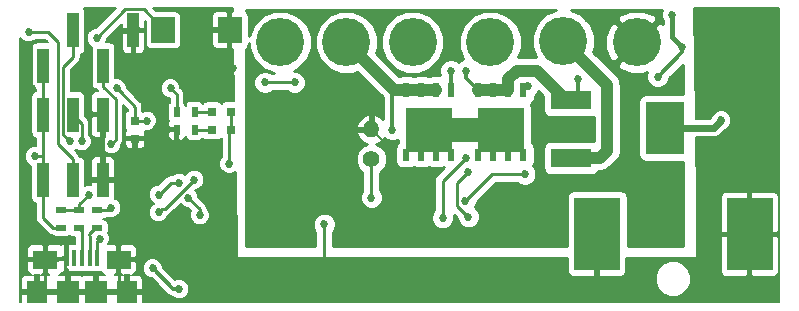
<source format=gbl>
G04 #@! TF.FileFunction,Copper,L2,Bot,Signal*
%FSLAX46Y46*%
G04 Gerber Fmt 4.6, Leading zero omitted, Abs format (unit mm)*
G04 Created by KiCad (PCBNEW 4.0.6-e0-6349~53~ubuntu16.04.1) date Sun Jul  9 20:30:41 2017*
%MOMM*%
%LPD*%
G01*
G04 APERTURE LIST*
%ADD10C,0.100000*%
%ADD11R,3.500000X1.600000*%
%ADD12C,4.064000*%
%ADD13R,0.610000X1.270000*%
%ADD14R,0.610000X1.020000*%
%ADD15R,3.910000X3.810000*%
%ADD16R,0.750000X0.800000*%
%ADD17R,0.800000X0.800000*%
%ADD18R,0.500000X0.900000*%
%ADD19R,0.900000X0.500000*%
%ADD20R,2.000000X2.200000*%
%ADD21C,1.400000*%
%ADD22O,1.400000X1.400000*%
%ADD23R,1.000000X3.000000*%
%ADD24R,3.300000X4.400000*%
%ADD25R,3.900000X6.200000*%
%ADD26R,0.400000X1.350000*%
%ADD27R,2.100000X1.600000*%
%ADD28R,1.800000X1.900000*%
%ADD29R,1.900000X1.900000*%
%ADD30C,0.685800*%
%ADD31C,0.600000*%
%ADD32C,0.250000*%
%ADD33C,1.000000*%
%ADD34C,0.300000*%
%ADD35C,0.400000*%
%ADD36C,0.152400*%
%ADD37C,2.000000*%
%ADD38C,0.200000*%
%ADD39C,0.254000*%
G04 APERTURE END LIST*
D10*
D11*
X155194000Y-95150000D03*
X155194000Y-90270000D03*
D12*
X154500000Y-85250000D03*
X148336000Y-85344000D03*
X141750000Y-85344000D03*
X160740864Y-85344000D03*
D13*
X147320000Y-89408000D03*
X148590000Y-89408000D03*
X149860000Y-89408000D03*
X151130000Y-89408000D03*
D14*
X151130000Y-94873000D03*
X149860000Y-94873000D03*
X148590000Y-94873000D03*
X147320000Y-94873000D03*
D15*
X149225000Y-92768000D03*
D13*
X141224000Y-89408000D03*
X142494000Y-89408000D03*
X143764000Y-89408000D03*
X145034000Y-89408000D03*
D14*
X145034000Y-94873000D03*
X143764000Y-94873000D03*
X142494000Y-94873000D03*
X141224000Y-94873000D03*
D15*
X143129000Y-92768000D03*
D16*
X118250000Y-92000000D03*
X118250000Y-93500000D03*
D17*
X126388000Y-92750000D03*
X124788000Y-92750000D03*
X126388000Y-91264268D03*
X124788000Y-91264268D03*
D18*
X123290000Y-92750000D03*
X121790000Y-92750000D03*
D19*
X112010000Y-101068000D03*
X112010000Y-99568000D03*
X115058000Y-99583010D03*
X115058000Y-101083010D03*
X113534000Y-99583010D03*
X113534000Y-101083010D03*
D20*
X126244000Y-84328000D03*
X120644000Y-84328000D03*
D21*
X138250000Y-95250000D03*
D22*
X138250000Y-92710000D03*
D12*
X136144000Y-85344000D03*
X130556000Y-85344000D03*
D18*
X123290000Y-91264268D03*
X121790000Y-91264268D03*
D23*
X110460000Y-91480000D03*
X110460000Y-97020000D03*
X113000000Y-91480000D03*
X113000000Y-97020000D03*
X115540000Y-91480000D03*
X115540000Y-97020000D03*
X113030000Y-84352000D03*
X118110000Y-84352000D03*
X110490000Y-87352000D03*
X115570000Y-87352000D03*
D24*
X163130000Y-92610000D03*
D25*
X170280000Y-101610000D03*
X157380000Y-101610000D03*
D26*
X115050000Y-103625000D03*
X114400000Y-103625000D03*
X113750000Y-103625000D03*
X113100000Y-103625000D03*
X112450000Y-103625000D03*
D27*
X116850000Y-103750000D03*
X110650000Y-103750000D03*
D28*
X117550000Y-106500000D03*
X109950000Y-106500000D03*
D29*
X114950000Y-106500000D03*
X112550000Y-106500000D03*
D30*
X167894000Y-91948000D03*
X116771021Y-84484666D03*
X134232668Y-105838653D03*
X134250000Y-100750000D03*
X120250000Y-101500000D03*
X109250000Y-102250000D03*
X109000000Y-96500000D03*
X114441949Y-94558051D03*
X120993604Y-94620415D03*
X126500000Y-87500000D03*
X119250000Y-87000000D03*
X109500000Y-89250000D03*
X125000000Y-106250000D03*
X125000000Y-101250000D03*
X123500000Y-85000000D03*
X123250000Y-104000000D03*
X166624000Y-82804000D03*
X167640000Y-82804000D03*
X169418000Y-87630000D03*
X131750000Y-88750000D03*
X129250000Y-88750000D03*
X162500000Y-88250000D03*
X164592000Y-85750000D03*
X163750000Y-83000000D03*
X140000000Y-92750000D03*
X146250000Y-87750000D03*
X155750000Y-88500000D03*
X140000000Y-96250000D03*
X142202935Y-97665554D03*
X143257074Y-97653367D03*
X143246387Y-98710863D03*
X142173081Y-98732187D03*
X143244799Y-96563989D03*
X142241016Y-96583906D03*
X152750000Y-99250000D03*
X132250000Y-98750000D03*
X132250000Y-91250000D03*
X128524000Y-98000000D03*
X128500000Y-99000000D03*
X115250000Y-102000000D03*
X119750000Y-104500000D03*
X122000000Y-106250000D03*
X116693953Y-89257477D03*
X126222618Y-95651980D03*
X109750000Y-95000000D03*
X123250000Y-97000000D03*
X120259000Y-99750000D03*
X119250000Y-92000000D03*
X115010047Y-85000000D03*
X121250000Y-89250000D03*
X112750000Y-93750000D03*
X116250000Y-94000000D03*
X120250000Y-98250000D03*
X122000000Y-97250000D03*
X113750000Y-93750000D03*
X109250000Y-84500000D03*
X145000000Y-87750000D03*
X151507790Y-89073009D03*
X146465173Y-100125637D03*
X146433051Y-96316949D03*
X122750000Y-98500000D03*
X123750000Y-100000000D03*
X146199591Y-98787117D03*
X151250000Y-96500000D03*
X144290239Y-100216432D03*
X146239416Y-95187037D03*
X114354887Y-98270103D03*
X116217050Y-99374990D03*
X138250000Y-98500000D03*
D31*
X163130000Y-92610000D02*
X167232000Y-92610000D01*
X167232000Y-92610000D02*
X167894000Y-91948000D01*
D32*
X116771021Y-84484666D02*
X117977334Y-84484666D01*
X117977334Y-84484666D02*
X118110000Y-84352000D01*
X117255954Y-84484666D02*
X116771021Y-84484666D01*
X118146608Y-84484666D02*
X117255954Y-84484666D01*
X118495649Y-84135625D02*
X118146608Y-84484666D01*
X118578000Y-84217976D02*
X118495649Y-84135625D01*
X118578000Y-84328000D02*
X118578000Y-84217976D01*
X134250000Y-105821321D02*
X134232668Y-105838653D01*
X134250000Y-100750000D02*
X134250000Y-105821321D01*
X157380000Y-101610000D02*
X157380000Y-104960000D01*
X157380000Y-104960000D02*
X157250000Y-105090000D01*
X115540000Y-91480000D02*
X115540000Y-97020000D01*
X115540000Y-91480000D02*
X114770000Y-91480000D01*
X118250000Y-93500000D02*
X119873189Y-93500000D01*
X119873189Y-93500000D02*
X120993604Y-94620415D01*
X170280000Y-101610000D02*
X170280000Y-104960000D01*
X170280000Y-104960000D02*
X170000000Y-105240000D01*
X116850000Y-103750000D02*
X116850000Y-105800000D01*
X116850000Y-105800000D02*
X117550000Y-106500000D01*
X110650000Y-103750000D02*
X110650000Y-105800000D01*
X110650000Y-105800000D02*
X109950000Y-106500000D01*
X113100000Y-102350000D02*
X112750000Y-102000000D01*
X112750000Y-102000000D02*
X112500000Y-102000000D01*
X112500000Y-102650000D02*
X112500000Y-102000000D01*
X112450000Y-103625000D02*
X112450000Y-102700000D01*
X112450000Y-102700000D02*
X112500000Y-102650000D01*
D33*
X143764000Y-89408000D02*
X142494000Y-89408000D01*
D32*
X129250000Y-88750000D02*
X131750000Y-88750000D01*
D34*
X162500000Y-88250000D02*
X164592000Y-86158000D01*
X164592000Y-86158000D02*
X164592000Y-85750000D01*
D35*
X163750000Y-83000000D02*
X163750000Y-84908000D01*
X163750000Y-84908000D02*
X164592000Y-85750000D01*
D34*
X140000000Y-92750000D02*
X140000000Y-89616000D01*
X140000000Y-89616000D02*
X140208000Y-89408000D01*
D33*
X141224000Y-89408000D02*
X140208000Y-89408000D01*
X140208000Y-89408000D02*
X136144000Y-85344000D01*
X141224000Y-89408000D02*
X143764000Y-89408000D01*
X154768842Y-90270000D02*
X155194000Y-90270000D01*
X152260154Y-87761312D02*
X154768842Y-90270000D01*
X150576686Y-87761312D02*
X152260154Y-87761312D01*
X149860000Y-89408000D02*
X149860000Y-88477998D01*
X149860000Y-88477998D02*
X150576686Y-87761312D01*
D34*
X148590000Y-89408000D02*
X149860000Y-89408000D01*
X146250000Y-87750000D02*
X146250000Y-88338000D01*
X146250000Y-88338000D02*
X147320000Y-89408000D01*
X155750000Y-88500000D02*
X155750000Y-89714000D01*
X155750000Y-89714000D02*
X155194000Y-90270000D01*
D33*
X147320000Y-89408000D02*
X149860000Y-89408000D01*
D36*
X140000000Y-96250000D02*
X140000000Y-94460000D01*
X140000000Y-94460000D02*
X138250000Y-92710000D01*
D32*
X115050000Y-103625000D02*
X115050000Y-102200000D01*
X115050000Y-102200000D02*
X115250000Y-102000000D01*
D34*
X122000000Y-106250000D02*
X121500000Y-106250000D01*
X121500000Y-106250000D02*
X119750000Y-104500000D01*
D32*
X118250000Y-90813524D02*
X117036852Y-89600376D01*
X118250000Y-92000000D02*
X118250000Y-90813524D01*
X117036852Y-89600376D02*
X116693953Y-89257477D01*
X126388000Y-91264268D02*
X126388000Y-92750000D01*
X126222618Y-95651980D02*
X126222618Y-92915382D01*
X126222618Y-92915382D02*
X126388000Y-92750000D01*
X126388000Y-91264268D02*
X126391908Y-91268176D01*
X126391908Y-95482690D02*
X126222618Y-95651980D01*
X110490000Y-87352000D02*
X110490000Y-91450000D01*
X110490000Y-91450000D02*
X110460000Y-91480000D01*
X119250000Y-92000000D02*
X118250000Y-92000000D01*
X110460000Y-97020000D02*
X110460000Y-95000000D01*
X110460000Y-95000000D02*
X110460000Y-91480000D01*
X109750000Y-95000000D02*
X110460000Y-95000000D01*
X120259000Y-99750000D02*
X120558999Y-99450001D01*
X120558999Y-99450001D02*
X120799999Y-99450001D01*
X120799999Y-99450001D02*
X123250000Y-97000000D01*
X112010000Y-101068000D02*
X111310000Y-101068000D01*
X110460000Y-100218000D02*
X110460000Y-97020000D01*
X111310000Y-101068000D02*
X110460000Y-100218000D01*
X120644000Y-84228000D02*
X118990599Y-82574599D01*
X120644000Y-84328000D02*
X120644000Y-84228000D01*
X118990599Y-82574599D02*
X117435448Y-82574599D01*
X117435448Y-82574599D02*
X115010047Y-85000000D01*
X123290000Y-92750000D02*
X124788000Y-92750000D01*
X121790000Y-91264268D02*
X121790000Y-89790000D01*
X121790000Y-89790000D02*
X121250000Y-89250000D01*
D33*
X155194000Y-95150000D02*
X157597838Y-95150000D01*
X157597838Y-95150000D02*
X158215988Y-94531850D01*
X158215988Y-94531850D02*
X158215988Y-88965988D01*
X158215988Y-88965988D02*
X154500000Y-85250000D01*
D32*
X114400000Y-103625000D02*
X114400000Y-101741010D01*
X114400000Y-101741010D02*
X114358000Y-101699010D01*
X114358000Y-101699010D02*
X114358000Y-101583010D01*
X114358000Y-101583010D02*
X114858000Y-101083010D01*
X114858000Y-101083010D02*
X115058000Y-101083010D01*
X113750000Y-103625000D02*
X113750000Y-101299010D01*
X113750000Y-101299010D02*
X113534000Y-101083010D01*
X113030000Y-84352000D02*
X113030000Y-86252484D01*
X113030000Y-86252484D02*
X113027605Y-86254879D01*
X113027605Y-86254879D02*
X113027605Y-86604395D01*
X113027605Y-86604395D02*
X112174999Y-87457001D01*
X112174999Y-87457001D02*
X112174999Y-93174999D01*
X112174999Y-93174999D02*
X112750000Y-93750000D01*
X116592899Y-93657101D02*
X116250000Y-94000000D01*
X116592899Y-90124899D02*
X116592899Y-93657101D01*
X115570000Y-89102000D02*
X116592899Y-90124899D01*
X115570000Y-87352000D02*
X115570000Y-89102000D01*
X122000000Y-97250000D02*
X121250000Y-97250000D01*
X121250000Y-97250000D02*
X120250000Y-98250000D01*
X113750000Y-93750000D02*
X113750000Y-92230000D01*
X113750000Y-92230000D02*
X113000000Y-91480000D01*
X109250000Y-84500000D02*
X110917712Y-84500000D01*
X110917712Y-84500000D02*
X111724988Y-85307276D01*
X111724988Y-85307276D02*
X111724988Y-90250000D01*
X111724988Y-90159986D02*
X111724988Y-90250000D01*
X111724988Y-90250000D02*
X111724988Y-93994988D01*
X113000000Y-95270000D02*
X113000000Y-97020000D01*
X111724988Y-93994988D02*
X113000000Y-95270000D01*
D34*
X145034000Y-89408000D02*
X145034000Y-87784000D01*
X145034000Y-87784000D02*
X145000000Y-87750000D01*
X141224000Y-94873000D02*
X141224000Y-94673000D01*
X141224000Y-94673000D02*
X143129000Y-92768000D01*
X142494000Y-94873000D02*
X142494000Y-93403000D01*
X142494000Y-93403000D02*
X143129000Y-92768000D01*
X143764000Y-94873000D02*
X143764000Y-93403000D01*
X143764000Y-93403000D02*
X143129000Y-92768000D01*
X145034000Y-94873000D02*
X145034000Y-94673000D01*
X145034000Y-94673000D02*
X143129000Y-92768000D01*
X151130000Y-94873000D02*
X151130000Y-94673000D01*
X151130000Y-94673000D02*
X149225000Y-92768000D01*
X147320000Y-94873000D02*
X147320000Y-94673000D01*
X147320000Y-94673000D02*
X149225000Y-92768000D01*
X148590000Y-94873000D02*
X148590000Y-93403000D01*
X148590000Y-93403000D02*
X149225000Y-92768000D01*
X149860000Y-94873000D02*
X149860000Y-93403000D01*
X149860000Y-93403000D02*
X149225000Y-92768000D01*
D37*
X143129000Y-92768000D02*
X149225000Y-92768000D01*
D34*
X151207791Y-89373008D02*
X151507790Y-89073009D01*
X151172799Y-89408000D02*
X151207791Y-89373008D01*
X151130000Y-89408000D02*
X151172799Y-89408000D01*
D32*
X145516087Y-99176551D02*
X146122274Y-99782738D01*
X145516087Y-97233913D02*
X145516087Y-99176551D01*
X146433051Y-96316949D02*
X145516087Y-97233913D01*
X146122274Y-99782738D02*
X146465173Y-100125637D01*
X123750000Y-100000000D02*
X123750000Y-99500000D01*
X123750000Y-99500000D02*
X122750000Y-98500000D01*
X151250000Y-96500000D02*
X148486708Y-96500000D01*
X146542490Y-98444218D02*
X146199591Y-98787117D01*
X148486708Y-96500000D02*
X146542490Y-98444218D01*
X144290239Y-99731499D02*
X144290239Y-100216432D01*
X144290239Y-97136214D02*
X144290239Y-99731499D01*
X146239416Y-95187037D02*
X144290239Y-97136214D01*
X113534000Y-99083010D02*
X114346907Y-98270103D01*
X114346907Y-98270103D02*
X114354887Y-98270103D01*
X113534000Y-99583010D02*
X113534000Y-99083010D01*
X113534000Y-99583010D02*
X112025010Y-99583010D01*
X112025010Y-99583010D02*
X112010000Y-99568000D01*
X116009030Y-99583010D02*
X116217050Y-99374990D01*
X115058000Y-99583010D02*
X116009030Y-99583010D01*
X138250000Y-98500000D02*
X138250000Y-95250000D01*
X123290000Y-91264268D02*
X124788000Y-91264268D01*
D38*
G36*
X114969099Y-84157064D02*
X114843119Y-84156954D01*
X114533206Y-84285008D01*
X114295888Y-84521912D01*
X114167294Y-84831601D01*
X114167001Y-85166928D01*
X114295055Y-85476841D01*
X114531959Y-85714159D01*
X114583763Y-85735670D01*
X114560205Y-85852000D01*
X114560205Y-88852000D01*
X114595069Y-89037289D01*
X114704575Y-89207465D01*
X114871661Y-89321630D01*
X114996391Y-89346889D01*
X115085333Y-89480000D01*
X114940544Y-89480000D01*
X114756773Y-89556121D01*
X114616120Y-89696773D01*
X114540000Y-89880544D01*
X114540000Y-91205000D01*
X114665000Y-91330000D01*
X115390000Y-91330000D01*
X115390000Y-91310000D01*
X115690000Y-91310000D01*
X115690000Y-91330000D01*
X115710000Y-91330000D01*
X115710000Y-91630000D01*
X115690000Y-91630000D01*
X115690000Y-93355000D01*
X115696517Y-93361517D01*
X115535841Y-93521912D01*
X115407247Y-93831601D01*
X115406954Y-94166928D01*
X115535008Y-94476841D01*
X115771912Y-94714159D01*
X116081601Y-94842753D01*
X116416928Y-94843046D01*
X116726841Y-94714992D01*
X116964159Y-94478088D01*
X117092753Y-94168399D01*
X117092890Y-94012167D01*
X117149355Y-93927661D01*
X117170324Y-93896279D01*
X117194447Y-93775000D01*
X117375000Y-93775000D01*
X117375000Y-93999456D01*
X117451120Y-94183227D01*
X117591773Y-94323879D01*
X117775544Y-94400000D01*
X117975000Y-94400000D01*
X118100000Y-94275000D01*
X118100000Y-93650000D01*
X118400000Y-93650000D01*
X118400000Y-94275000D01*
X118525000Y-94400000D01*
X118724456Y-94400000D01*
X118908227Y-94323879D01*
X119048880Y-94183227D01*
X119125000Y-93999456D01*
X119125000Y-93775000D01*
X119000000Y-93650000D01*
X118400000Y-93650000D01*
X118100000Y-93650000D01*
X117500000Y-93650000D01*
X117375000Y-93775000D01*
X117194447Y-93775000D01*
X117217899Y-93657101D01*
X117217899Y-90665306D01*
X117625000Y-91072407D01*
X117625000Y-91166710D01*
X117519535Y-91234575D01*
X117405370Y-91401661D01*
X117365205Y-91600000D01*
X117365205Y-92400000D01*
X117400069Y-92585289D01*
X117509575Y-92755465D01*
X117511270Y-92756623D01*
X117451120Y-92816773D01*
X117375000Y-93000544D01*
X117375000Y-93225000D01*
X117500000Y-93350000D01*
X118100000Y-93350000D01*
X118100000Y-93330000D01*
X118400000Y-93330000D01*
X118400000Y-93350000D01*
X119000000Y-93350000D01*
X119125000Y-93225000D01*
X119125000Y-93025000D01*
X121040000Y-93025000D01*
X121040000Y-93299456D01*
X121116121Y-93483227D01*
X121256773Y-93623880D01*
X121440544Y-93700000D01*
X121540000Y-93700000D01*
X121665000Y-93575000D01*
X121665000Y-92900000D01*
X121165000Y-92900000D01*
X121040000Y-93025000D01*
X119125000Y-93025000D01*
X119125000Y-93000544D01*
X119055080Y-92831740D01*
X119081601Y-92842753D01*
X119416928Y-92843046D01*
X119726841Y-92714992D01*
X119964159Y-92478088D01*
X120092753Y-92168399D01*
X120093046Y-91833072D01*
X119964992Y-91523159D01*
X119728088Y-91285841D01*
X119418399Y-91157247D01*
X119083072Y-91156954D01*
X118945462Y-91213813D01*
X118875000Y-91165668D01*
X118875000Y-90813524D01*
X118866723Y-90771912D01*
X118827425Y-90574346D01*
X118743566Y-90448843D01*
X118691942Y-90371582D01*
X118691939Y-90371580D01*
X117536889Y-89216529D01*
X117536999Y-89090549D01*
X117408945Y-88780636D01*
X117172041Y-88543318D01*
X116862352Y-88414724D01*
X116579795Y-88414477D01*
X116579795Y-85852000D01*
X116544931Y-85666711D01*
X116435425Y-85496535D01*
X116268339Y-85382370D01*
X116070000Y-85342205D01*
X115780630Y-85342205D01*
X115852800Y-85168399D01*
X115852911Y-85041020D01*
X116266931Y-84627000D01*
X117110000Y-84627000D01*
X117110000Y-85951456D01*
X117186120Y-86135227D01*
X117326773Y-86275879D01*
X117510544Y-86352000D01*
X117835000Y-86352000D01*
X117960000Y-86227000D01*
X117960000Y-84502000D01*
X118260000Y-84502000D01*
X118260000Y-86227000D01*
X118385000Y-86352000D01*
X118709456Y-86352000D01*
X118893227Y-86275879D01*
X119033880Y-86135227D01*
X119110000Y-85951456D01*
X119110000Y-84627000D01*
X118985000Y-84502000D01*
X118260000Y-84502000D01*
X117960000Y-84502000D01*
X117235000Y-84502000D01*
X117110000Y-84627000D01*
X116266931Y-84627000D01*
X117110000Y-83783931D01*
X117110000Y-84077000D01*
X117235000Y-84202000D01*
X117960000Y-84202000D01*
X117960000Y-84182000D01*
X118260000Y-84182000D01*
X118260000Y-84202000D01*
X118985000Y-84202000D01*
X119110000Y-84077000D01*
X119110000Y-83577884D01*
X119134205Y-83602089D01*
X119134205Y-85428000D01*
X119169069Y-85613289D01*
X119278575Y-85783465D01*
X119445661Y-85897630D01*
X119644000Y-85937795D01*
X121644000Y-85937795D01*
X121829289Y-85902931D01*
X121999465Y-85793425D01*
X122113630Y-85626339D01*
X122153795Y-85428000D01*
X122153795Y-84603000D01*
X124744000Y-84603000D01*
X124744000Y-85527456D01*
X124820121Y-85711227D01*
X124960773Y-85851880D01*
X125144544Y-85928000D01*
X125969000Y-85928000D01*
X126094000Y-85803000D01*
X126094000Y-84478000D01*
X124869000Y-84478000D01*
X124744000Y-84603000D01*
X122153795Y-84603000D01*
X122153795Y-83228000D01*
X122135082Y-83128544D01*
X124744000Y-83128544D01*
X124744000Y-84053000D01*
X124869000Y-84178000D01*
X126094000Y-84178000D01*
X126094000Y-82853000D01*
X125969000Y-82728000D01*
X125144544Y-82728000D01*
X124960773Y-82804120D01*
X124820121Y-82944773D01*
X124744000Y-83128544D01*
X122135082Y-83128544D01*
X122118931Y-83042711D01*
X122009425Y-82872535D01*
X121842339Y-82758370D01*
X121644000Y-82718205D01*
X120018089Y-82718205D01*
X119789884Y-82490000D01*
X126504500Y-82490000D01*
X126509165Y-82737835D01*
X126394000Y-82853000D01*
X126394000Y-84178000D01*
X126414000Y-84178000D01*
X126414000Y-84478000D01*
X126394000Y-84478000D01*
X126394000Y-85803000D01*
X126519000Y-85928000D01*
X126569216Y-85928000D01*
X126652537Y-90354473D01*
X125988000Y-90354473D01*
X125802711Y-90389337D01*
X125632535Y-90498843D01*
X125588493Y-90563300D01*
X125553425Y-90508803D01*
X125386339Y-90394638D01*
X125188000Y-90354473D01*
X124388000Y-90354473D01*
X124202711Y-90389337D01*
X124032535Y-90498843D01*
X123980343Y-90575228D01*
X123905425Y-90458803D01*
X123738339Y-90344638D01*
X123540000Y-90304473D01*
X123040000Y-90304473D01*
X122854711Y-90339337D01*
X122684535Y-90448843D01*
X122570370Y-90615929D01*
X122540360Y-90764123D01*
X122514931Y-90628979D01*
X122415000Y-90473683D01*
X122415000Y-89790000D01*
X122381534Y-89621753D01*
X122367425Y-89550822D01*
X122231942Y-89348058D01*
X122092936Y-89209052D01*
X122093046Y-89083072D01*
X121964992Y-88773159D01*
X121728088Y-88535841D01*
X121418399Y-88407247D01*
X121083072Y-88406954D01*
X120773159Y-88535008D01*
X120535841Y-88771912D01*
X120407247Y-89081601D01*
X120406954Y-89416928D01*
X120535008Y-89726841D01*
X120771912Y-89964159D01*
X121081601Y-90092753D01*
X121165000Y-90092826D01*
X121165000Y-90477433D01*
X121070370Y-90615929D01*
X121030205Y-90814268D01*
X121030205Y-91714268D01*
X121065069Y-91899557D01*
X121130952Y-92001942D01*
X121116121Y-92016773D01*
X121040000Y-92200544D01*
X121040000Y-92475000D01*
X121165000Y-92600000D01*
X121665000Y-92600000D01*
X121665000Y-92580000D01*
X121915000Y-92580000D01*
X121915000Y-92600000D01*
X121960000Y-92600000D01*
X121960000Y-92900000D01*
X121915000Y-92900000D01*
X121915000Y-93575000D01*
X122040000Y-93700000D01*
X122139456Y-93700000D01*
X122323227Y-93623880D01*
X122463879Y-93483227D01*
X122540000Y-93299456D01*
X122540000Y-93252057D01*
X122565069Y-93385289D01*
X122674575Y-93555465D01*
X122841661Y-93669630D01*
X123040000Y-93709795D01*
X123540000Y-93709795D01*
X123725289Y-93674931D01*
X123895465Y-93565425D01*
X123980796Y-93440539D01*
X124022575Y-93505465D01*
X124189661Y-93619630D01*
X124388000Y-93659795D01*
X125188000Y-93659795D01*
X125373289Y-93624931D01*
X125543465Y-93515425D01*
X125587507Y-93450968D01*
X125597618Y-93466681D01*
X125597618Y-95084889D01*
X125508459Y-95173892D01*
X125379865Y-95483581D01*
X125379572Y-95818908D01*
X125507626Y-96128821D01*
X125744530Y-96366139D01*
X126054219Y-96494733D01*
X126389546Y-96495026D01*
X126699459Y-96366972D01*
X126764492Y-96302053D01*
X126900018Y-103501882D01*
X126908627Y-103540632D01*
X126931634Y-103572980D01*
X126965414Y-103593829D01*
X127000000Y-103600000D01*
X154930000Y-103600000D01*
X154930000Y-104809456D01*
X155006120Y-104993227D01*
X155146773Y-105133879D01*
X155330544Y-105210000D01*
X157105000Y-105210000D01*
X157230000Y-105085000D01*
X157230000Y-103600000D01*
X157530000Y-103600000D01*
X157530000Y-105085000D01*
X157655000Y-105210000D01*
X159429456Y-105210000D01*
X159613227Y-105133879D01*
X159753880Y-104993227D01*
X159830000Y-104809456D01*
X159830000Y-103600000D01*
X165750000Y-103600000D01*
X165788906Y-103592121D01*
X165821681Y-103569727D01*
X165843161Y-103536346D01*
X165849993Y-103498824D01*
X165831007Y-101885000D01*
X167830000Y-101885000D01*
X167830000Y-104809456D01*
X167906120Y-104993227D01*
X168046773Y-105133879D01*
X168230544Y-105210000D01*
X170005000Y-105210000D01*
X170130000Y-105085000D01*
X170130000Y-101760000D01*
X170430000Y-101760000D01*
X170430000Y-105085000D01*
X170555000Y-105210000D01*
X172329456Y-105210000D01*
X172513227Y-105133879D01*
X172653880Y-104993227D01*
X172730000Y-104809456D01*
X172730000Y-101885000D01*
X172605000Y-101760000D01*
X170430000Y-101760000D01*
X170130000Y-101760000D01*
X167955000Y-101760000D01*
X167830000Y-101885000D01*
X165831007Y-101885000D01*
X165790131Y-98410544D01*
X167830000Y-98410544D01*
X167830000Y-101335000D01*
X167955000Y-101460000D01*
X170130000Y-101460000D01*
X170130000Y-98135000D01*
X170430000Y-98135000D01*
X170430000Y-101460000D01*
X172605000Y-101460000D01*
X172730000Y-101335000D01*
X172730000Y-98410544D01*
X172653880Y-98226773D01*
X172513227Y-98086121D01*
X172329456Y-98010000D01*
X170555000Y-98010000D01*
X170430000Y-98135000D01*
X170130000Y-98135000D01*
X170005000Y-98010000D01*
X168230544Y-98010000D01*
X168046773Y-98086121D01*
X167906120Y-98226773D01*
X167830000Y-98410544D01*
X165790131Y-98410544D01*
X165731301Y-93410000D01*
X167232000Y-93410000D01*
X167538147Y-93349104D01*
X167797685Y-93175685D01*
X168267805Y-92705566D01*
X168370841Y-92662992D01*
X168608159Y-92426088D01*
X168736753Y-92116399D01*
X168737046Y-91781072D01*
X168608992Y-91471159D01*
X168372088Y-91233841D01*
X168062399Y-91105247D01*
X167727072Y-91104954D01*
X167417159Y-91233008D01*
X167179841Y-91469912D01*
X167136613Y-91574016D01*
X166900630Y-91810000D01*
X165712477Y-91810000D01*
X165602830Y-82490000D01*
X172780000Y-82490000D01*
X172780000Y-107375000D01*
X118950000Y-107375000D01*
X118950000Y-106775000D01*
X118825000Y-106650000D01*
X117700000Y-106650000D01*
X117700000Y-106670000D01*
X117400000Y-106670000D01*
X117400000Y-106650000D01*
X115100000Y-106650000D01*
X115100000Y-106670000D01*
X114800000Y-106670000D01*
X114800000Y-106650000D01*
X112700000Y-106650000D01*
X112700000Y-106670000D01*
X112400000Y-106670000D01*
X112400000Y-106650000D01*
X110100000Y-106650000D01*
X110100000Y-106670000D01*
X109800000Y-106670000D01*
X109800000Y-106650000D01*
X108675000Y-106650000D01*
X108550000Y-106775000D01*
X108550000Y-107375000D01*
X108525000Y-107375000D01*
X108525000Y-105450544D01*
X108550000Y-105450544D01*
X108550000Y-106225000D01*
X108675000Y-106350000D01*
X109800000Y-106350000D01*
X109800000Y-105175000D01*
X109675000Y-105050000D01*
X110225000Y-105050000D01*
X110100000Y-105175000D01*
X110100000Y-106350000D01*
X112400000Y-106350000D01*
X112400000Y-105175000D01*
X112700000Y-105175000D01*
X112700000Y-106350000D01*
X114800000Y-106350000D01*
X114800000Y-105175000D01*
X114675000Y-105050000D01*
X113900544Y-105050000D01*
X113750000Y-105112358D01*
X113599456Y-105050000D01*
X112825000Y-105050000D01*
X112700000Y-105175000D01*
X112400000Y-105175000D01*
X112275000Y-105050000D01*
X111799456Y-105050000D01*
X111983227Y-104973879D01*
X112123880Y-104833227D01*
X112139532Y-104795439D01*
X112150544Y-104800000D01*
X112225000Y-104800000D01*
X112350000Y-104675000D01*
X112350000Y-103775000D01*
X111875000Y-103775000D01*
X111750000Y-103900000D01*
X110800000Y-103900000D01*
X110800000Y-104925000D01*
X110925000Y-105050000D01*
X110375000Y-105050000D01*
X110500000Y-104925000D01*
X110500000Y-103900000D01*
X109225000Y-103900000D01*
X109100000Y-104025000D01*
X109100000Y-104649456D01*
X109176120Y-104833227D01*
X109316773Y-104973879D01*
X109500544Y-105050000D01*
X108950544Y-105050000D01*
X108766773Y-105126121D01*
X108626120Y-105266773D01*
X108550000Y-105450544D01*
X108525000Y-105450544D01*
X108525000Y-102850544D01*
X109100000Y-102850544D01*
X109100000Y-103475000D01*
X109225000Y-103600000D01*
X110500000Y-103600000D01*
X110500000Y-102575000D01*
X110800000Y-102575000D01*
X110800000Y-103600000D01*
X112075000Y-103600000D01*
X112200000Y-103475000D01*
X112350000Y-103475000D01*
X112350000Y-102575000D01*
X112225000Y-102450000D01*
X112150544Y-102450000D01*
X111975000Y-102522713D01*
X111799456Y-102450000D01*
X110925000Y-102450000D01*
X110800000Y-102575000D01*
X110500000Y-102575000D01*
X110375000Y-102450000D01*
X109500544Y-102450000D01*
X109316773Y-102526121D01*
X109176120Y-102666773D01*
X109100000Y-102850544D01*
X108525000Y-102850544D01*
X108525000Y-84952620D01*
X108535008Y-84976841D01*
X108771912Y-85214159D01*
X109081601Y-85342753D01*
X109416928Y-85343046D01*
X109726841Y-85214992D01*
X109816990Y-85125000D01*
X110658828Y-85125000D01*
X110876033Y-85342205D01*
X109990000Y-85342205D01*
X109804711Y-85377069D01*
X109634535Y-85486575D01*
X109520370Y-85653661D01*
X109480205Y-85852000D01*
X109480205Y-88852000D01*
X109515069Y-89037289D01*
X109624575Y-89207465D01*
X109791661Y-89321630D01*
X109865000Y-89336482D01*
X109865000Y-89488080D01*
X109774711Y-89505069D01*
X109604535Y-89614575D01*
X109490370Y-89781661D01*
X109450205Y-89980000D01*
X109450205Y-92980000D01*
X109485069Y-93165289D01*
X109594575Y-93335465D01*
X109761661Y-93449630D01*
X109835000Y-93464482D01*
X109835000Y-94157174D01*
X109583072Y-94156954D01*
X109273159Y-94285008D01*
X109035841Y-94521912D01*
X108907247Y-94831601D01*
X108906954Y-95166928D01*
X109035008Y-95476841D01*
X109271912Y-95714159D01*
X109450205Y-95788193D01*
X109450205Y-98520000D01*
X109485069Y-98705289D01*
X109594575Y-98875465D01*
X109761661Y-98989630D01*
X109835000Y-99004482D01*
X109835000Y-100218000D01*
X109882575Y-100457177D01*
X110018058Y-100659942D01*
X110868056Y-101509939D01*
X110868058Y-101509942D01*
X111070823Y-101645425D01*
X111192048Y-101669539D01*
X111194575Y-101673465D01*
X111361661Y-101787630D01*
X111560000Y-101827795D01*
X112460000Y-101827795D01*
X112645289Y-101792931D01*
X112761761Y-101717983D01*
X112885661Y-101802640D01*
X113084000Y-101842805D01*
X113125000Y-101842805D01*
X113125000Y-102440205D01*
X112900000Y-102440205D01*
X112780220Y-102462743D01*
X112749456Y-102450000D01*
X112675000Y-102450000D01*
X112550000Y-102575000D01*
X112550000Y-102581058D01*
X112544535Y-102584575D01*
X112430370Y-102751661D01*
X112390205Y-102950000D01*
X112390205Y-104300000D01*
X112425069Y-104485289D01*
X112534575Y-104655465D01*
X112550000Y-104666004D01*
X112550000Y-104675000D01*
X112675000Y-104800000D01*
X112749456Y-104800000D01*
X112783006Y-104786103D01*
X112900000Y-104809795D01*
X113300000Y-104809795D01*
X113429590Y-104785411D01*
X113550000Y-104809795D01*
X113950000Y-104809795D01*
X114079590Y-104785411D01*
X114200000Y-104809795D01*
X114600000Y-104809795D01*
X114729590Y-104785411D01*
X114850000Y-104809795D01*
X115250000Y-104809795D01*
X115357997Y-104789474D01*
X115376120Y-104833227D01*
X115516773Y-104973879D01*
X115700544Y-105050000D01*
X115225000Y-105050000D01*
X115100000Y-105175000D01*
X115100000Y-106350000D01*
X117400000Y-106350000D01*
X117400000Y-105175000D01*
X117275000Y-105050000D01*
X117825000Y-105050000D01*
X117700000Y-105175000D01*
X117700000Y-106350000D01*
X118825000Y-106350000D01*
X118950000Y-106225000D01*
X118950000Y-105450544D01*
X118873880Y-105266773D01*
X118733227Y-105126121D01*
X118549456Y-105050000D01*
X117999456Y-105050000D01*
X118183227Y-104973879D01*
X118323880Y-104833227D01*
X118392762Y-104666928D01*
X118906954Y-104666928D01*
X119035008Y-104976841D01*
X119271912Y-105214159D01*
X119581601Y-105342753D01*
X119673595Y-105342833D01*
X121040381Y-106709620D01*
X121251256Y-106850522D01*
X121447426Y-106889542D01*
X121521912Y-106964159D01*
X121831601Y-107092753D01*
X122166928Y-107093046D01*
X122476841Y-106964992D01*
X122714159Y-106728088D01*
X122842753Y-106418399D01*
X122843046Y-106083072D01*
X122714992Y-105773159D01*
X122649008Y-105707059D01*
X162329740Y-105707059D01*
X162557620Y-106258572D01*
X162979209Y-106680897D01*
X163530323Y-106909739D01*
X164127059Y-106910260D01*
X164678572Y-106682380D01*
X165100897Y-106260791D01*
X165329739Y-105709677D01*
X165330260Y-105112941D01*
X165102380Y-104561428D01*
X164680791Y-104139103D01*
X164129677Y-103910261D01*
X163532941Y-103909740D01*
X162981428Y-104137620D01*
X162559103Y-104559209D01*
X162330261Y-105110323D01*
X162329740Y-105707059D01*
X122649008Y-105707059D01*
X122478088Y-105535841D01*
X122168399Y-105407247D01*
X121833072Y-105406954D01*
X121651300Y-105482061D01*
X120592967Y-104423729D01*
X120593046Y-104333072D01*
X120464992Y-104023159D01*
X120228088Y-103785841D01*
X119918399Y-103657247D01*
X119583072Y-103656954D01*
X119273159Y-103785008D01*
X119035841Y-104021912D01*
X118907247Y-104331601D01*
X118906954Y-104666928D01*
X118392762Y-104666928D01*
X118400000Y-104649456D01*
X118400000Y-104025000D01*
X118275000Y-103900000D01*
X117000000Y-103900000D01*
X117000000Y-104925000D01*
X117125000Y-105050000D01*
X116575000Y-105050000D01*
X116700000Y-104925000D01*
X116700000Y-103900000D01*
X116680000Y-103900000D01*
X116680000Y-103600000D01*
X116700000Y-103600000D01*
X116700000Y-102575000D01*
X117000000Y-102575000D01*
X117000000Y-103600000D01*
X118275000Y-103600000D01*
X118400000Y-103475000D01*
X118400000Y-102850544D01*
X118323880Y-102666773D01*
X118183227Y-102526121D01*
X117999456Y-102450000D01*
X117125000Y-102450000D01*
X117000000Y-102575000D01*
X116700000Y-102575000D01*
X116575000Y-102450000D01*
X115975822Y-102450000D01*
X116092753Y-102168399D01*
X116093046Y-101833072D01*
X115971863Y-101539789D01*
X115977630Y-101531349D01*
X116017795Y-101333010D01*
X116017795Y-100833010D01*
X115982931Y-100647721D01*
X115873425Y-100477545D01*
X115706339Y-100363380D01*
X115558145Y-100333370D01*
X115693289Y-100307941D01*
X115848585Y-100208010D01*
X116009030Y-100208010D01*
X116019970Y-100205834D01*
X116048651Y-100217743D01*
X116383978Y-100218036D01*
X116693891Y-100089982D01*
X116931209Y-99853078D01*
X117059803Y-99543389D01*
X117060096Y-99208062D01*
X116932042Y-98898149D01*
X116695138Y-98660831D01*
X116540000Y-98596412D01*
X116540000Y-98416928D01*
X119406954Y-98416928D01*
X119535008Y-98726841D01*
X119771912Y-98964159D01*
X119862545Y-99001793D01*
X119782159Y-99035008D01*
X119544841Y-99271912D01*
X119416247Y-99581601D01*
X119415954Y-99916928D01*
X119544008Y-100226841D01*
X119780912Y-100464159D01*
X120090601Y-100592753D01*
X120425928Y-100593046D01*
X120735841Y-100464992D01*
X120973159Y-100228088D01*
X121063126Y-100011423D01*
X121241941Y-99891943D01*
X122095972Y-99037912D01*
X122271912Y-99214159D01*
X122581601Y-99342753D01*
X122708981Y-99342864D01*
X122992472Y-99626356D01*
X122907247Y-99831601D01*
X122906954Y-100166928D01*
X123035008Y-100476841D01*
X123271912Y-100714159D01*
X123581601Y-100842753D01*
X123916928Y-100843046D01*
X124226841Y-100714992D01*
X124464159Y-100478088D01*
X124592753Y-100168399D01*
X124593046Y-99833072D01*
X124464992Y-99523159D01*
X124358360Y-99416340D01*
X124327425Y-99260823D01*
X124279402Y-99188951D01*
X124191942Y-99058058D01*
X124191939Y-99058056D01*
X123592936Y-98459052D01*
X123593046Y-98333072D01*
X123464992Y-98023159D01*
X123288013Y-97845870D01*
X123290947Y-97842936D01*
X123416928Y-97843046D01*
X123726841Y-97714992D01*
X123964159Y-97478088D01*
X124092753Y-97168399D01*
X124093046Y-96833072D01*
X123964992Y-96523159D01*
X123728088Y-96285841D01*
X123418399Y-96157247D01*
X123083072Y-96156954D01*
X122773159Y-96285008D01*
X122535841Y-96521912D01*
X122514790Y-96572608D01*
X122478088Y-96535841D01*
X122168399Y-96407247D01*
X121833072Y-96406954D01*
X121523159Y-96535008D01*
X121433010Y-96625000D01*
X121250005Y-96625000D01*
X121250000Y-96624999D01*
X121031817Y-96668399D01*
X121010823Y-96672575D01*
X120808058Y-96808058D01*
X120808056Y-96808061D01*
X120209052Y-97407064D01*
X120083072Y-97406954D01*
X119773159Y-97535008D01*
X119535841Y-97771912D01*
X119407247Y-98081601D01*
X119406954Y-98416928D01*
X116540000Y-98416928D01*
X116540000Y-97295000D01*
X116415000Y-97170000D01*
X115690000Y-97170000D01*
X115690000Y-97190000D01*
X115390000Y-97190000D01*
X115390000Y-97170000D01*
X114665000Y-97170000D01*
X114540000Y-97295000D01*
X114540000Y-97434290D01*
X114523286Y-97427350D01*
X114187959Y-97427057D01*
X114009795Y-97500673D01*
X114009795Y-95520000D01*
X113991082Y-95420544D01*
X114540000Y-95420544D01*
X114540000Y-96745000D01*
X114665000Y-96870000D01*
X115390000Y-96870000D01*
X115390000Y-95145000D01*
X115690000Y-95145000D01*
X115690000Y-96870000D01*
X116415000Y-96870000D01*
X116540000Y-96745000D01*
X116540000Y-95420544D01*
X116463880Y-95236773D01*
X116323227Y-95096121D01*
X116139456Y-95020000D01*
X115815000Y-95020000D01*
X115690000Y-95145000D01*
X115390000Y-95145000D01*
X115265000Y-95020000D01*
X114940544Y-95020000D01*
X114756773Y-95096121D01*
X114616120Y-95236773D01*
X114540000Y-95420544D01*
X113991082Y-95420544D01*
X113974931Y-95334711D01*
X113865425Y-95164535D01*
X113698339Y-95050370D01*
X113573609Y-95025111D01*
X113441942Y-94828058D01*
X113122138Y-94508254D01*
X113226841Y-94464992D01*
X113249832Y-94442041D01*
X113271912Y-94464159D01*
X113581601Y-94592753D01*
X113916928Y-94593046D01*
X114226841Y-94464992D01*
X114464159Y-94228088D01*
X114592753Y-93918399D01*
X114593046Y-93583072D01*
X114464992Y-93273159D01*
X114375000Y-93183010D01*
X114375000Y-92230000D01*
X114362013Y-92164711D01*
X114327425Y-91990822D01*
X114191942Y-91788058D01*
X114158884Y-91755000D01*
X114540000Y-91755000D01*
X114540000Y-93079456D01*
X114616120Y-93263227D01*
X114756773Y-93403879D01*
X114940544Y-93480000D01*
X115265000Y-93480000D01*
X115390000Y-93355000D01*
X115390000Y-91630000D01*
X114665000Y-91630000D01*
X114540000Y-91755000D01*
X114158884Y-91755000D01*
X114009795Y-91605911D01*
X114009795Y-89980000D01*
X113974931Y-89794711D01*
X113865425Y-89624535D01*
X113698339Y-89510370D01*
X113500000Y-89470205D01*
X112799999Y-89470205D01*
X112799999Y-87715885D01*
X113469547Y-87046337D01*
X113605030Y-86843572D01*
X113652605Y-86604395D01*
X113652605Y-86338726D01*
X113715289Y-86326931D01*
X113885465Y-86217425D01*
X113999630Y-86050339D01*
X114039795Y-85852000D01*
X114039795Y-82852000D01*
X114004931Y-82666711D01*
X113895425Y-82496535D01*
X113885861Y-82490000D01*
X116636163Y-82490000D01*
X114969099Y-84157064D01*
X114969099Y-84157064D01*
G37*
X114969099Y-84157064D02*
X114843119Y-84156954D01*
X114533206Y-84285008D01*
X114295888Y-84521912D01*
X114167294Y-84831601D01*
X114167001Y-85166928D01*
X114295055Y-85476841D01*
X114531959Y-85714159D01*
X114583763Y-85735670D01*
X114560205Y-85852000D01*
X114560205Y-88852000D01*
X114595069Y-89037289D01*
X114704575Y-89207465D01*
X114871661Y-89321630D01*
X114996391Y-89346889D01*
X115085333Y-89480000D01*
X114940544Y-89480000D01*
X114756773Y-89556121D01*
X114616120Y-89696773D01*
X114540000Y-89880544D01*
X114540000Y-91205000D01*
X114665000Y-91330000D01*
X115390000Y-91330000D01*
X115390000Y-91310000D01*
X115690000Y-91310000D01*
X115690000Y-91330000D01*
X115710000Y-91330000D01*
X115710000Y-91630000D01*
X115690000Y-91630000D01*
X115690000Y-93355000D01*
X115696517Y-93361517D01*
X115535841Y-93521912D01*
X115407247Y-93831601D01*
X115406954Y-94166928D01*
X115535008Y-94476841D01*
X115771912Y-94714159D01*
X116081601Y-94842753D01*
X116416928Y-94843046D01*
X116726841Y-94714992D01*
X116964159Y-94478088D01*
X117092753Y-94168399D01*
X117092890Y-94012167D01*
X117149355Y-93927661D01*
X117170324Y-93896279D01*
X117194447Y-93775000D01*
X117375000Y-93775000D01*
X117375000Y-93999456D01*
X117451120Y-94183227D01*
X117591773Y-94323879D01*
X117775544Y-94400000D01*
X117975000Y-94400000D01*
X118100000Y-94275000D01*
X118100000Y-93650000D01*
X118400000Y-93650000D01*
X118400000Y-94275000D01*
X118525000Y-94400000D01*
X118724456Y-94400000D01*
X118908227Y-94323879D01*
X119048880Y-94183227D01*
X119125000Y-93999456D01*
X119125000Y-93775000D01*
X119000000Y-93650000D01*
X118400000Y-93650000D01*
X118100000Y-93650000D01*
X117500000Y-93650000D01*
X117375000Y-93775000D01*
X117194447Y-93775000D01*
X117217899Y-93657101D01*
X117217899Y-90665306D01*
X117625000Y-91072407D01*
X117625000Y-91166710D01*
X117519535Y-91234575D01*
X117405370Y-91401661D01*
X117365205Y-91600000D01*
X117365205Y-92400000D01*
X117400069Y-92585289D01*
X117509575Y-92755465D01*
X117511270Y-92756623D01*
X117451120Y-92816773D01*
X117375000Y-93000544D01*
X117375000Y-93225000D01*
X117500000Y-93350000D01*
X118100000Y-93350000D01*
X118100000Y-93330000D01*
X118400000Y-93330000D01*
X118400000Y-93350000D01*
X119000000Y-93350000D01*
X119125000Y-93225000D01*
X119125000Y-93025000D01*
X121040000Y-93025000D01*
X121040000Y-93299456D01*
X121116121Y-93483227D01*
X121256773Y-93623880D01*
X121440544Y-93700000D01*
X121540000Y-93700000D01*
X121665000Y-93575000D01*
X121665000Y-92900000D01*
X121165000Y-92900000D01*
X121040000Y-93025000D01*
X119125000Y-93025000D01*
X119125000Y-93000544D01*
X119055080Y-92831740D01*
X119081601Y-92842753D01*
X119416928Y-92843046D01*
X119726841Y-92714992D01*
X119964159Y-92478088D01*
X120092753Y-92168399D01*
X120093046Y-91833072D01*
X119964992Y-91523159D01*
X119728088Y-91285841D01*
X119418399Y-91157247D01*
X119083072Y-91156954D01*
X118945462Y-91213813D01*
X118875000Y-91165668D01*
X118875000Y-90813524D01*
X118866723Y-90771912D01*
X118827425Y-90574346D01*
X118743566Y-90448843D01*
X118691942Y-90371582D01*
X118691939Y-90371580D01*
X117536889Y-89216529D01*
X117536999Y-89090549D01*
X117408945Y-88780636D01*
X117172041Y-88543318D01*
X116862352Y-88414724D01*
X116579795Y-88414477D01*
X116579795Y-85852000D01*
X116544931Y-85666711D01*
X116435425Y-85496535D01*
X116268339Y-85382370D01*
X116070000Y-85342205D01*
X115780630Y-85342205D01*
X115852800Y-85168399D01*
X115852911Y-85041020D01*
X116266931Y-84627000D01*
X117110000Y-84627000D01*
X117110000Y-85951456D01*
X117186120Y-86135227D01*
X117326773Y-86275879D01*
X117510544Y-86352000D01*
X117835000Y-86352000D01*
X117960000Y-86227000D01*
X117960000Y-84502000D01*
X118260000Y-84502000D01*
X118260000Y-86227000D01*
X118385000Y-86352000D01*
X118709456Y-86352000D01*
X118893227Y-86275879D01*
X119033880Y-86135227D01*
X119110000Y-85951456D01*
X119110000Y-84627000D01*
X118985000Y-84502000D01*
X118260000Y-84502000D01*
X117960000Y-84502000D01*
X117235000Y-84502000D01*
X117110000Y-84627000D01*
X116266931Y-84627000D01*
X117110000Y-83783931D01*
X117110000Y-84077000D01*
X117235000Y-84202000D01*
X117960000Y-84202000D01*
X117960000Y-84182000D01*
X118260000Y-84182000D01*
X118260000Y-84202000D01*
X118985000Y-84202000D01*
X119110000Y-84077000D01*
X119110000Y-83577884D01*
X119134205Y-83602089D01*
X119134205Y-85428000D01*
X119169069Y-85613289D01*
X119278575Y-85783465D01*
X119445661Y-85897630D01*
X119644000Y-85937795D01*
X121644000Y-85937795D01*
X121829289Y-85902931D01*
X121999465Y-85793425D01*
X122113630Y-85626339D01*
X122153795Y-85428000D01*
X122153795Y-84603000D01*
X124744000Y-84603000D01*
X124744000Y-85527456D01*
X124820121Y-85711227D01*
X124960773Y-85851880D01*
X125144544Y-85928000D01*
X125969000Y-85928000D01*
X126094000Y-85803000D01*
X126094000Y-84478000D01*
X124869000Y-84478000D01*
X124744000Y-84603000D01*
X122153795Y-84603000D01*
X122153795Y-83228000D01*
X122135082Y-83128544D01*
X124744000Y-83128544D01*
X124744000Y-84053000D01*
X124869000Y-84178000D01*
X126094000Y-84178000D01*
X126094000Y-82853000D01*
X125969000Y-82728000D01*
X125144544Y-82728000D01*
X124960773Y-82804120D01*
X124820121Y-82944773D01*
X124744000Y-83128544D01*
X122135082Y-83128544D01*
X122118931Y-83042711D01*
X122009425Y-82872535D01*
X121842339Y-82758370D01*
X121644000Y-82718205D01*
X120018089Y-82718205D01*
X119789884Y-82490000D01*
X126504500Y-82490000D01*
X126509165Y-82737835D01*
X126394000Y-82853000D01*
X126394000Y-84178000D01*
X126414000Y-84178000D01*
X126414000Y-84478000D01*
X126394000Y-84478000D01*
X126394000Y-85803000D01*
X126519000Y-85928000D01*
X126569216Y-85928000D01*
X126652537Y-90354473D01*
X125988000Y-90354473D01*
X125802711Y-90389337D01*
X125632535Y-90498843D01*
X125588493Y-90563300D01*
X125553425Y-90508803D01*
X125386339Y-90394638D01*
X125188000Y-90354473D01*
X124388000Y-90354473D01*
X124202711Y-90389337D01*
X124032535Y-90498843D01*
X123980343Y-90575228D01*
X123905425Y-90458803D01*
X123738339Y-90344638D01*
X123540000Y-90304473D01*
X123040000Y-90304473D01*
X122854711Y-90339337D01*
X122684535Y-90448843D01*
X122570370Y-90615929D01*
X122540360Y-90764123D01*
X122514931Y-90628979D01*
X122415000Y-90473683D01*
X122415000Y-89790000D01*
X122381534Y-89621753D01*
X122367425Y-89550822D01*
X122231942Y-89348058D01*
X122092936Y-89209052D01*
X122093046Y-89083072D01*
X121964992Y-88773159D01*
X121728088Y-88535841D01*
X121418399Y-88407247D01*
X121083072Y-88406954D01*
X120773159Y-88535008D01*
X120535841Y-88771912D01*
X120407247Y-89081601D01*
X120406954Y-89416928D01*
X120535008Y-89726841D01*
X120771912Y-89964159D01*
X121081601Y-90092753D01*
X121165000Y-90092826D01*
X121165000Y-90477433D01*
X121070370Y-90615929D01*
X121030205Y-90814268D01*
X121030205Y-91714268D01*
X121065069Y-91899557D01*
X121130952Y-92001942D01*
X121116121Y-92016773D01*
X121040000Y-92200544D01*
X121040000Y-92475000D01*
X121165000Y-92600000D01*
X121665000Y-92600000D01*
X121665000Y-92580000D01*
X121915000Y-92580000D01*
X121915000Y-92600000D01*
X121960000Y-92600000D01*
X121960000Y-92900000D01*
X121915000Y-92900000D01*
X121915000Y-93575000D01*
X122040000Y-93700000D01*
X122139456Y-93700000D01*
X122323227Y-93623880D01*
X122463879Y-93483227D01*
X122540000Y-93299456D01*
X122540000Y-93252057D01*
X122565069Y-93385289D01*
X122674575Y-93555465D01*
X122841661Y-93669630D01*
X123040000Y-93709795D01*
X123540000Y-93709795D01*
X123725289Y-93674931D01*
X123895465Y-93565425D01*
X123980796Y-93440539D01*
X124022575Y-93505465D01*
X124189661Y-93619630D01*
X124388000Y-93659795D01*
X125188000Y-93659795D01*
X125373289Y-93624931D01*
X125543465Y-93515425D01*
X125587507Y-93450968D01*
X125597618Y-93466681D01*
X125597618Y-95084889D01*
X125508459Y-95173892D01*
X125379865Y-95483581D01*
X125379572Y-95818908D01*
X125507626Y-96128821D01*
X125744530Y-96366139D01*
X126054219Y-96494733D01*
X126389546Y-96495026D01*
X126699459Y-96366972D01*
X126764492Y-96302053D01*
X126900018Y-103501882D01*
X126908627Y-103540632D01*
X126931634Y-103572980D01*
X126965414Y-103593829D01*
X127000000Y-103600000D01*
X154930000Y-103600000D01*
X154930000Y-104809456D01*
X155006120Y-104993227D01*
X155146773Y-105133879D01*
X155330544Y-105210000D01*
X157105000Y-105210000D01*
X157230000Y-105085000D01*
X157230000Y-103600000D01*
X157530000Y-103600000D01*
X157530000Y-105085000D01*
X157655000Y-105210000D01*
X159429456Y-105210000D01*
X159613227Y-105133879D01*
X159753880Y-104993227D01*
X159830000Y-104809456D01*
X159830000Y-103600000D01*
X165750000Y-103600000D01*
X165788906Y-103592121D01*
X165821681Y-103569727D01*
X165843161Y-103536346D01*
X165849993Y-103498824D01*
X165831007Y-101885000D01*
X167830000Y-101885000D01*
X167830000Y-104809456D01*
X167906120Y-104993227D01*
X168046773Y-105133879D01*
X168230544Y-105210000D01*
X170005000Y-105210000D01*
X170130000Y-105085000D01*
X170130000Y-101760000D01*
X170430000Y-101760000D01*
X170430000Y-105085000D01*
X170555000Y-105210000D01*
X172329456Y-105210000D01*
X172513227Y-105133879D01*
X172653880Y-104993227D01*
X172730000Y-104809456D01*
X172730000Y-101885000D01*
X172605000Y-101760000D01*
X170430000Y-101760000D01*
X170130000Y-101760000D01*
X167955000Y-101760000D01*
X167830000Y-101885000D01*
X165831007Y-101885000D01*
X165790131Y-98410544D01*
X167830000Y-98410544D01*
X167830000Y-101335000D01*
X167955000Y-101460000D01*
X170130000Y-101460000D01*
X170130000Y-98135000D01*
X170430000Y-98135000D01*
X170430000Y-101460000D01*
X172605000Y-101460000D01*
X172730000Y-101335000D01*
X172730000Y-98410544D01*
X172653880Y-98226773D01*
X172513227Y-98086121D01*
X172329456Y-98010000D01*
X170555000Y-98010000D01*
X170430000Y-98135000D01*
X170130000Y-98135000D01*
X170005000Y-98010000D01*
X168230544Y-98010000D01*
X168046773Y-98086121D01*
X167906120Y-98226773D01*
X167830000Y-98410544D01*
X165790131Y-98410544D01*
X165731301Y-93410000D01*
X167232000Y-93410000D01*
X167538147Y-93349104D01*
X167797685Y-93175685D01*
X168267805Y-92705566D01*
X168370841Y-92662992D01*
X168608159Y-92426088D01*
X168736753Y-92116399D01*
X168737046Y-91781072D01*
X168608992Y-91471159D01*
X168372088Y-91233841D01*
X168062399Y-91105247D01*
X167727072Y-91104954D01*
X167417159Y-91233008D01*
X167179841Y-91469912D01*
X167136613Y-91574016D01*
X166900630Y-91810000D01*
X165712477Y-91810000D01*
X165602830Y-82490000D01*
X172780000Y-82490000D01*
X172780000Y-107375000D01*
X118950000Y-107375000D01*
X118950000Y-106775000D01*
X118825000Y-106650000D01*
X117700000Y-106650000D01*
X117700000Y-106670000D01*
X117400000Y-106670000D01*
X117400000Y-106650000D01*
X115100000Y-106650000D01*
X115100000Y-106670000D01*
X114800000Y-106670000D01*
X114800000Y-106650000D01*
X112700000Y-106650000D01*
X112700000Y-106670000D01*
X112400000Y-106670000D01*
X112400000Y-106650000D01*
X110100000Y-106650000D01*
X110100000Y-106670000D01*
X109800000Y-106670000D01*
X109800000Y-106650000D01*
X108675000Y-106650000D01*
X108550000Y-106775000D01*
X108550000Y-107375000D01*
X108525000Y-107375000D01*
X108525000Y-105450544D01*
X108550000Y-105450544D01*
X108550000Y-106225000D01*
X108675000Y-106350000D01*
X109800000Y-106350000D01*
X109800000Y-105175000D01*
X109675000Y-105050000D01*
X110225000Y-105050000D01*
X110100000Y-105175000D01*
X110100000Y-106350000D01*
X112400000Y-106350000D01*
X112400000Y-105175000D01*
X112700000Y-105175000D01*
X112700000Y-106350000D01*
X114800000Y-106350000D01*
X114800000Y-105175000D01*
X114675000Y-105050000D01*
X113900544Y-105050000D01*
X113750000Y-105112358D01*
X113599456Y-105050000D01*
X112825000Y-105050000D01*
X112700000Y-105175000D01*
X112400000Y-105175000D01*
X112275000Y-105050000D01*
X111799456Y-105050000D01*
X111983227Y-104973879D01*
X112123880Y-104833227D01*
X112139532Y-104795439D01*
X112150544Y-104800000D01*
X112225000Y-104800000D01*
X112350000Y-104675000D01*
X112350000Y-103775000D01*
X111875000Y-103775000D01*
X111750000Y-103900000D01*
X110800000Y-103900000D01*
X110800000Y-104925000D01*
X110925000Y-105050000D01*
X110375000Y-105050000D01*
X110500000Y-104925000D01*
X110500000Y-103900000D01*
X109225000Y-103900000D01*
X109100000Y-104025000D01*
X109100000Y-104649456D01*
X109176120Y-104833227D01*
X109316773Y-104973879D01*
X109500544Y-105050000D01*
X108950544Y-105050000D01*
X108766773Y-105126121D01*
X108626120Y-105266773D01*
X108550000Y-105450544D01*
X108525000Y-105450544D01*
X108525000Y-102850544D01*
X109100000Y-102850544D01*
X109100000Y-103475000D01*
X109225000Y-103600000D01*
X110500000Y-103600000D01*
X110500000Y-102575000D01*
X110800000Y-102575000D01*
X110800000Y-103600000D01*
X112075000Y-103600000D01*
X112200000Y-103475000D01*
X112350000Y-103475000D01*
X112350000Y-102575000D01*
X112225000Y-102450000D01*
X112150544Y-102450000D01*
X111975000Y-102522713D01*
X111799456Y-102450000D01*
X110925000Y-102450000D01*
X110800000Y-102575000D01*
X110500000Y-102575000D01*
X110375000Y-102450000D01*
X109500544Y-102450000D01*
X109316773Y-102526121D01*
X109176120Y-102666773D01*
X109100000Y-102850544D01*
X108525000Y-102850544D01*
X108525000Y-84952620D01*
X108535008Y-84976841D01*
X108771912Y-85214159D01*
X109081601Y-85342753D01*
X109416928Y-85343046D01*
X109726841Y-85214992D01*
X109816990Y-85125000D01*
X110658828Y-85125000D01*
X110876033Y-85342205D01*
X109990000Y-85342205D01*
X109804711Y-85377069D01*
X109634535Y-85486575D01*
X109520370Y-85653661D01*
X109480205Y-85852000D01*
X109480205Y-88852000D01*
X109515069Y-89037289D01*
X109624575Y-89207465D01*
X109791661Y-89321630D01*
X109865000Y-89336482D01*
X109865000Y-89488080D01*
X109774711Y-89505069D01*
X109604535Y-89614575D01*
X109490370Y-89781661D01*
X109450205Y-89980000D01*
X109450205Y-92980000D01*
X109485069Y-93165289D01*
X109594575Y-93335465D01*
X109761661Y-93449630D01*
X109835000Y-93464482D01*
X109835000Y-94157174D01*
X109583072Y-94156954D01*
X109273159Y-94285008D01*
X109035841Y-94521912D01*
X108907247Y-94831601D01*
X108906954Y-95166928D01*
X109035008Y-95476841D01*
X109271912Y-95714159D01*
X109450205Y-95788193D01*
X109450205Y-98520000D01*
X109485069Y-98705289D01*
X109594575Y-98875465D01*
X109761661Y-98989630D01*
X109835000Y-99004482D01*
X109835000Y-100218000D01*
X109882575Y-100457177D01*
X110018058Y-100659942D01*
X110868056Y-101509939D01*
X110868058Y-101509942D01*
X111070823Y-101645425D01*
X111192048Y-101669539D01*
X111194575Y-101673465D01*
X111361661Y-101787630D01*
X111560000Y-101827795D01*
X112460000Y-101827795D01*
X112645289Y-101792931D01*
X112761761Y-101717983D01*
X112885661Y-101802640D01*
X113084000Y-101842805D01*
X113125000Y-101842805D01*
X113125000Y-102440205D01*
X112900000Y-102440205D01*
X112780220Y-102462743D01*
X112749456Y-102450000D01*
X112675000Y-102450000D01*
X112550000Y-102575000D01*
X112550000Y-102581058D01*
X112544535Y-102584575D01*
X112430370Y-102751661D01*
X112390205Y-102950000D01*
X112390205Y-104300000D01*
X112425069Y-104485289D01*
X112534575Y-104655465D01*
X112550000Y-104666004D01*
X112550000Y-104675000D01*
X112675000Y-104800000D01*
X112749456Y-104800000D01*
X112783006Y-104786103D01*
X112900000Y-104809795D01*
X113300000Y-104809795D01*
X113429590Y-104785411D01*
X113550000Y-104809795D01*
X113950000Y-104809795D01*
X114079590Y-104785411D01*
X114200000Y-104809795D01*
X114600000Y-104809795D01*
X114729590Y-104785411D01*
X114850000Y-104809795D01*
X115250000Y-104809795D01*
X115357997Y-104789474D01*
X115376120Y-104833227D01*
X115516773Y-104973879D01*
X115700544Y-105050000D01*
X115225000Y-105050000D01*
X115100000Y-105175000D01*
X115100000Y-106350000D01*
X117400000Y-106350000D01*
X117400000Y-105175000D01*
X117275000Y-105050000D01*
X117825000Y-105050000D01*
X117700000Y-105175000D01*
X117700000Y-106350000D01*
X118825000Y-106350000D01*
X118950000Y-106225000D01*
X118950000Y-105450544D01*
X118873880Y-105266773D01*
X118733227Y-105126121D01*
X118549456Y-105050000D01*
X117999456Y-105050000D01*
X118183227Y-104973879D01*
X118323880Y-104833227D01*
X118392762Y-104666928D01*
X118906954Y-104666928D01*
X119035008Y-104976841D01*
X119271912Y-105214159D01*
X119581601Y-105342753D01*
X119673595Y-105342833D01*
X121040381Y-106709620D01*
X121251256Y-106850522D01*
X121447426Y-106889542D01*
X121521912Y-106964159D01*
X121831601Y-107092753D01*
X122166928Y-107093046D01*
X122476841Y-106964992D01*
X122714159Y-106728088D01*
X122842753Y-106418399D01*
X122843046Y-106083072D01*
X122714992Y-105773159D01*
X122649008Y-105707059D01*
X162329740Y-105707059D01*
X162557620Y-106258572D01*
X162979209Y-106680897D01*
X163530323Y-106909739D01*
X164127059Y-106910260D01*
X164678572Y-106682380D01*
X165100897Y-106260791D01*
X165329739Y-105709677D01*
X165330260Y-105112941D01*
X165102380Y-104561428D01*
X164680791Y-104139103D01*
X164129677Y-103910261D01*
X163532941Y-103909740D01*
X162981428Y-104137620D01*
X162559103Y-104559209D01*
X162330261Y-105110323D01*
X162329740Y-105707059D01*
X122649008Y-105707059D01*
X122478088Y-105535841D01*
X122168399Y-105407247D01*
X121833072Y-105406954D01*
X121651300Y-105482061D01*
X120592967Y-104423729D01*
X120593046Y-104333072D01*
X120464992Y-104023159D01*
X120228088Y-103785841D01*
X119918399Y-103657247D01*
X119583072Y-103656954D01*
X119273159Y-103785008D01*
X119035841Y-104021912D01*
X118907247Y-104331601D01*
X118906954Y-104666928D01*
X118392762Y-104666928D01*
X118400000Y-104649456D01*
X118400000Y-104025000D01*
X118275000Y-103900000D01*
X117000000Y-103900000D01*
X117000000Y-104925000D01*
X117125000Y-105050000D01*
X116575000Y-105050000D01*
X116700000Y-104925000D01*
X116700000Y-103900000D01*
X116680000Y-103900000D01*
X116680000Y-103600000D01*
X116700000Y-103600000D01*
X116700000Y-102575000D01*
X117000000Y-102575000D01*
X117000000Y-103600000D01*
X118275000Y-103600000D01*
X118400000Y-103475000D01*
X118400000Y-102850544D01*
X118323880Y-102666773D01*
X118183227Y-102526121D01*
X117999456Y-102450000D01*
X117125000Y-102450000D01*
X117000000Y-102575000D01*
X116700000Y-102575000D01*
X116575000Y-102450000D01*
X115975822Y-102450000D01*
X116092753Y-102168399D01*
X116093046Y-101833072D01*
X115971863Y-101539789D01*
X115977630Y-101531349D01*
X116017795Y-101333010D01*
X116017795Y-100833010D01*
X115982931Y-100647721D01*
X115873425Y-100477545D01*
X115706339Y-100363380D01*
X115558145Y-100333370D01*
X115693289Y-100307941D01*
X115848585Y-100208010D01*
X116009030Y-100208010D01*
X116019970Y-100205834D01*
X116048651Y-100217743D01*
X116383978Y-100218036D01*
X116693891Y-100089982D01*
X116931209Y-99853078D01*
X117059803Y-99543389D01*
X117060096Y-99208062D01*
X116932042Y-98898149D01*
X116695138Y-98660831D01*
X116540000Y-98596412D01*
X116540000Y-98416928D01*
X119406954Y-98416928D01*
X119535008Y-98726841D01*
X119771912Y-98964159D01*
X119862545Y-99001793D01*
X119782159Y-99035008D01*
X119544841Y-99271912D01*
X119416247Y-99581601D01*
X119415954Y-99916928D01*
X119544008Y-100226841D01*
X119780912Y-100464159D01*
X120090601Y-100592753D01*
X120425928Y-100593046D01*
X120735841Y-100464992D01*
X120973159Y-100228088D01*
X121063126Y-100011423D01*
X121241941Y-99891943D01*
X122095972Y-99037912D01*
X122271912Y-99214159D01*
X122581601Y-99342753D01*
X122708981Y-99342864D01*
X122992472Y-99626356D01*
X122907247Y-99831601D01*
X122906954Y-100166928D01*
X123035008Y-100476841D01*
X123271912Y-100714159D01*
X123581601Y-100842753D01*
X123916928Y-100843046D01*
X124226841Y-100714992D01*
X124464159Y-100478088D01*
X124592753Y-100168399D01*
X124593046Y-99833072D01*
X124464992Y-99523159D01*
X124358360Y-99416340D01*
X124327425Y-99260823D01*
X124279402Y-99188951D01*
X124191942Y-99058058D01*
X124191939Y-99058056D01*
X123592936Y-98459052D01*
X123593046Y-98333072D01*
X123464992Y-98023159D01*
X123288013Y-97845870D01*
X123290947Y-97842936D01*
X123416928Y-97843046D01*
X123726841Y-97714992D01*
X123964159Y-97478088D01*
X124092753Y-97168399D01*
X124093046Y-96833072D01*
X123964992Y-96523159D01*
X123728088Y-96285841D01*
X123418399Y-96157247D01*
X123083072Y-96156954D01*
X122773159Y-96285008D01*
X122535841Y-96521912D01*
X122514790Y-96572608D01*
X122478088Y-96535841D01*
X122168399Y-96407247D01*
X121833072Y-96406954D01*
X121523159Y-96535008D01*
X121433010Y-96625000D01*
X121250005Y-96625000D01*
X121250000Y-96624999D01*
X121031817Y-96668399D01*
X121010823Y-96672575D01*
X120808058Y-96808058D01*
X120808056Y-96808061D01*
X120209052Y-97407064D01*
X120083072Y-97406954D01*
X119773159Y-97535008D01*
X119535841Y-97771912D01*
X119407247Y-98081601D01*
X119406954Y-98416928D01*
X116540000Y-98416928D01*
X116540000Y-97295000D01*
X116415000Y-97170000D01*
X115690000Y-97170000D01*
X115690000Y-97190000D01*
X115390000Y-97190000D01*
X115390000Y-97170000D01*
X114665000Y-97170000D01*
X114540000Y-97295000D01*
X114540000Y-97434290D01*
X114523286Y-97427350D01*
X114187959Y-97427057D01*
X114009795Y-97500673D01*
X114009795Y-95520000D01*
X113991082Y-95420544D01*
X114540000Y-95420544D01*
X114540000Y-96745000D01*
X114665000Y-96870000D01*
X115390000Y-96870000D01*
X115390000Y-95145000D01*
X115690000Y-95145000D01*
X115690000Y-96870000D01*
X116415000Y-96870000D01*
X116540000Y-96745000D01*
X116540000Y-95420544D01*
X116463880Y-95236773D01*
X116323227Y-95096121D01*
X116139456Y-95020000D01*
X115815000Y-95020000D01*
X115690000Y-95145000D01*
X115390000Y-95145000D01*
X115265000Y-95020000D01*
X114940544Y-95020000D01*
X114756773Y-95096121D01*
X114616120Y-95236773D01*
X114540000Y-95420544D01*
X113991082Y-95420544D01*
X113974931Y-95334711D01*
X113865425Y-95164535D01*
X113698339Y-95050370D01*
X113573609Y-95025111D01*
X113441942Y-94828058D01*
X113122138Y-94508254D01*
X113226841Y-94464992D01*
X113249832Y-94442041D01*
X113271912Y-94464159D01*
X113581601Y-94592753D01*
X113916928Y-94593046D01*
X114226841Y-94464992D01*
X114464159Y-94228088D01*
X114592753Y-93918399D01*
X114593046Y-93583072D01*
X114464992Y-93273159D01*
X114375000Y-93183010D01*
X114375000Y-92230000D01*
X114362013Y-92164711D01*
X114327425Y-91990822D01*
X114191942Y-91788058D01*
X114158884Y-91755000D01*
X114540000Y-91755000D01*
X114540000Y-93079456D01*
X114616120Y-93263227D01*
X114756773Y-93403879D01*
X114940544Y-93480000D01*
X115265000Y-93480000D01*
X115390000Y-93355000D01*
X115390000Y-91630000D01*
X114665000Y-91630000D01*
X114540000Y-91755000D01*
X114158884Y-91755000D01*
X114009795Y-91605911D01*
X114009795Y-89980000D01*
X113974931Y-89794711D01*
X113865425Y-89624535D01*
X113698339Y-89510370D01*
X113500000Y-89470205D01*
X112799999Y-89470205D01*
X112799999Y-87715885D01*
X113469547Y-87046337D01*
X113605030Y-86843572D01*
X113652605Y-86604395D01*
X113652605Y-86338726D01*
X113715289Y-86326931D01*
X113885465Y-86217425D01*
X113999630Y-86050339D01*
X114039795Y-85852000D01*
X114039795Y-82852000D01*
X114004931Y-82666711D01*
X113895425Y-82496535D01*
X113885861Y-82490000D01*
X116636163Y-82490000D01*
X114969099Y-84157064D01*
D39*
G36*
X152991239Y-82987709D02*
X152240345Y-83737293D01*
X151833464Y-84717173D01*
X151832538Y-85778172D01*
X152182982Y-86626312D01*
X150691323Y-86626312D01*
X151002536Y-85876827D01*
X151003462Y-84815828D01*
X150598291Y-83835239D01*
X149848707Y-83084345D01*
X148868827Y-82677464D01*
X147807828Y-82676538D01*
X146827239Y-83081709D01*
X146076345Y-83831293D01*
X145669464Y-84811173D01*
X145668538Y-85872172D01*
X146042648Y-86777587D01*
X145696788Y-86920493D01*
X145625116Y-86992040D01*
X145554659Y-86921460D01*
X145195370Y-86772270D01*
X144806337Y-86771931D01*
X144446788Y-86920493D01*
X144171460Y-87195341D01*
X144022270Y-87554630D01*
X144021931Y-87943663D01*
X144099654Y-88131768D01*
X144069000Y-88125560D01*
X143459000Y-88125560D01*
X143223683Y-88169838D01*
X143129622Y-88230364D01*
X143050890Y-88176569D01*
X142799000Y-88125560D01*
X142189000Y-88125560D01*
X141953683Y-88169838D01*
X141859622Y-88230364D01*
X141780890Y-88176569D01*
X141529000Y-88125560D01*
X140919000Y-88125560D01*
X140683683Y-88169838D01*
X140617535Y-88212403D01*
X138655449Y-86250317D01*
X138810536Y-85876827D01*
X138810540Y-85872172D01*
X139082538Y-85872172D01*
X139487709Y-86852761D01*
X140237293Y-87603655D01*
X141217173Y-88010536D01*
X142278172Y-88011462D01*
X143258761Y-87606291D01*
X144009655Y-86856707D01*
X144416536Y-85876827D01*
X144417462Y-84815828D01*
X144012291Y-83835239D01*
X143262707Y-83084345D01*
X142282827Y-82677464D01*
X141221828Y-82676538D01*
X140241239Y-83081709D01*
X139490345Y-83831293D01*
X139083464Y-84811173D01*
X139082538Y-85872172D01*
X138810540Y-85872172D01*
X138811462Y-84815828D01*
X138406291Y-83835239D01*
X137656707Y-83084345D01*
X136676827Y-82677464D01*
X135615828Y-82676538D01*
X134635239Y-83081709D01*
X133884345Y-83831293D01*
X133477464Y-84811173D01*
X133476538Y-85872172D01*
X133881709Y-86852761D01*
X134631293Y-87603655D01*
X135611173Y-88010536D01*
X136672172Y-88011462D01*
X137050152Y-87855284D01*
X139215000Y-90020132D01*
X139215000Y-91816378D01*
X138928396Y-91560203D01*
X138583329Y-91417284D01*
X138377000Y-91540626D01*
X138377000Y-92583000D01*
X138397000Y-92583000D01*
X138397000Y-92837000D01*
X138377000Y-92837000D01*
X138377000Y-92857000D01*
X138123000Y-92857000D01*
X138123000Y-92837000D01*
X137079794Y-92837000D01*
X136957273Y-93043331D01*
X137183236Y-93512663D01*
X137571604Y-93859797D01*
X137844806Y-93972951D01*
X137494771Y-94117582D01*
X137118902Y-94492796D01*
X136915232Y-94983287D01*
X136914769Y-95514383D01*
X137117582Y-96005229D01*
X137490000Y-96378297D01*
X137490000Y-97876920D01*
X137421460Y-97945341D01*
X137272270Y-98304630D01*
X137271931Y-98693663D01*
X137420493Y-99053212D01*
X137695341Y-99328540D01*
X138054630Y-99477730D01*
X138443663Y-99478069D01*
X138803212Y-99329507D01*
X139078540Y-99054659D01*
X139227730Y-98695370D01*
X139228069Y-98306337D01*
X139079507Y-97946788D01*
X139010000Y-97877160D01*
X139010000Y-96377655D01*
X139381098Y-96007204D01*
X139584768Y-95516713D01*
X139585231Y-94985617D01*
X139382418Y-94494771D01*
X139007204Y-94118902D01*
X138655455Y-93972843D01*
X138928396Y-93859797D01*
X139316764Y-93512663D01*
X139337202Y-93470212D01*
X139445341Y-93578540D01*
X139804630Y-93727730D01*
X140193663Y-93728069D01*
X140526560Y-93590519D01*
X140526560Y-93860944D01*
X140467559Y-93898910D01*
X140322569Y-94111110D01*
X140271560Y-94363000D01*
X140271560Y-95383000D01*
X140315838Y-95618317D01*
X140454910Y-95834441D01*
X140667110Y-95979431D01*
X140919000Y-96030440D01*
X141529000Y-96030440D01*
X141764317Y-95986162D01*
X141858378Y-95925636D01*
X141937110Y-95979431D01*
X142189000Y-96030440D01*
X142799000Y-96030440D01*
X143034317Y-95986162D01*
X143128378Y-95925636D01*
X143207110Y-95979431D01*
X143459000Y-96030440D01*
X144069000Y-96030440D01*
X144304317Y-95986162D01*
X144398378Y-95925636D01*
X144414797Y-95936854D01*
X143752838Y-96598813D01*
X143588091Y-96845375D01*
X143530239Y-97136214D01*
X143530239Y-99593352D01*
X143461699Y-99661773D01*
X143312509Y-100021062D01*
X143312170Y-100410095D01*
X143460732Y-100769644D01*
X143735580Y-101044972D01*
X144094869Y-101194162D01*
X144483902Y-101194501D01*
X144843451Y-101045939D01*
X145118779Y-100771091D01*
X145267969Y-100411802D01*
X145268308Y-100022769D01*
X145254792Y-99990058D01*
X145487188Y-100222454D01*
X145487104Y-100319300D01*
X145635666Y-100678849D01*
X145910514Y-100954177D01*
X146269803Y-101103367D01*
X146658836Y-101103706D01*
X147018385Y-100955144D01*
X147293713Y-100680296D01*
X147442903Y-100321007D01*
X147443242Y-99931974D01*
X147294680Y-99572425D01*
X147038795Y-99316093D01*
X147177321Y-98982487D01*
X147177407Y-98884103D01*
X148801510Y-97260000D01*
X150626920Y-97260000D01*
X150695341Y-97328540D01*
X151054630Y-97477730D01*
X151443663Y-97478069D01*
X151803212Y-97329507D01*
X152078540Y-97054659D01*
X152227730Y-96695370D01*
X152228069Y-96306337D01*
X152079507Y-95946788D01*
X151924451Y-95791461D01*
X152031431Y-95634890D01*
X152082440Y-95383000D01*
X152082440Y-94363000D01*
X152038162Y-94127683D01*
X151899090Y-93911559D01*
X151827440Y-93862603D01*
X151827440Y-90863000D01*
X151783162Y-90627683D01*
X151758528Y-90589400D01*
X151886441Y-90507090D01*
X152031431Y-90294890D01*
X152082440Y-90043000D01*
X152082440Y-89881115D01*
X152336330Y-89627668D01*
X152390624Y-89496914D01*
X152796560Y-89902850D01*
X152796560Y-91070000D01*
X152840838Y-91305317D01*
X152979910Y-91521441D01*
X153192110Y-91666431D01*
X153444000Y-91717440D01*
X156944000Y-91717440D01*
X157080988Y-91691664D01*
X157080988Y-93730301D01*
X156944000Y-93702560D01*
X153444000Y-93702560D01*
X153208683Y-93746838D01*
X152992559Y-93885910D01*
X152847569Y-94098110D01*
X152796560Y-94350000D01*
X152796560Y-95950000D01*
X152840838Y-96185317D01*
X152979910Y-96401441D01*
X153192110Y-96546431D01*
X153444000Y-96597440D01*
X156944000Y-96597440D01*
X157179317Y-96553162D01*
X157395441Y-96414090D01*
X157483644Y-96285000D01*
X157597838Y-96285000D01*
X158032184Y-96198603D01*
X158400404Y-95952566D01*
X159018554Y-95334416D01*
X159057478Y-95276162D01*
X159264591Y-94966196D01*
X159350988Y-94531850D01*
X159350988Y-88965988D01*
X159337129Y-88896312D01*
X159264592Y-88531643D01*
X159018554Y-88163422D01*
X157011449Y-86156317D01*
X157166536Y-85782827D01*
X157167364Y-84833388D01*
X158069984Y-84833388D01*
X158077889Y-85894357D01*
X158468696Y-86837846D01*
X158842743Y-87062516D01*
X160561259Y-85344000D01*
X158842743Y-83625484D01*
X158468696Y-83850154D01*
X158069984Y-84833388D01*
X157167364Y-84833388D01*
X157167462Y-84721828D01*
X156762291Y-83741239D01*
X156467447Y-83445879D01*
X159022348Y-83445879D01*
X160740864Y-85164395D01*
X162459380Y-83445879D01*
X162234710Y-83071832D01*
X161251476Y-82673120D01*
X160190507Y-82681025D01*
X159247018Y-83071832D01*
X159022348Y-83445879D01*
X156467447Y-83445879D01*
X156012707Y-82990345D01*
X155137674Y-82627000D01*
X162846029Y-82627000D01*
X162772270Y-82804630D01*
X162771931Y-83193663D01*
X162915000Y-83539918D01*
X162915000Y-83791271D01*
X162638985Y-83625484D01*
X160920469Y-85344000D01*
X160934612Y-85358143D01*
X160755007Y-85537748D01*
X160740864Y-85523605D01*
X159022348Y-87242121D01*
X159247018Y-87616168D01*
X160230252Y-88014880D01*
X161291221Y-88006975D01*
X161594163Y-87881492D01*
X161522270Y-88054630D01*
X161521931Y-88443663D01*
X161670493Y-88803212D01*
X161945341Y-89078540D01*
X162304630Y-89227730D01*
X162693663Y-89228069D01*
X163053212Y-89079507D01*
X163328540Y-88804659D01*
X163477730Y-88445370D01*
X163477785Y-88382373D01*
X164623000Y-87237158D01*
X164623000Y-89762560D01*
X161480000Y-89762560D01*
X161244683Y-89806838D01*
X161028559Y-89945910D01*
X160883569Y-90158110D01*
X160832560Y-90410000D01*
X160832560Y-94810000D01*
X160876838Y-95045317D01*
X161015910Y-95261441D01*
X161228110Y-95406431D01*
X161480000Y-95457440D01*
X164623000Y-95457440D01*
X164623000Y-102623000D01*
X159977440Y-102623000D01*
X159977440Y-98510000D01*
X159933162Y-98274683D01*
X159794090Y-98058559D01*
X159581890Y-97913569D01*
X159330000Y-97862560D01*
X155430000Y-97862560D01*
X155194683Y-97906838D01*
X154978559Y-98045910D01*
X154833569Y-98258110D01*
X154782560Y-98510000D01*
X154782560Y-102623000D01*
X135010000Y-102623000D01*
X135010000Y-101373080D01*
X135078540Y-101304659D01*
X135227730Y-100945370D01*
X135228069Y-100556337D01*
X135079507Y-100196788D01*
X134804659Y-99921460D01*
X134445370Y-99772270D01*
X134056337Y-99771931D01*
X133696788Y-99920493D01*
X133421460Y-100195341D01*
X133272270Y-100554630D01*
X133271931Y-100943663D01*
X133420493Y-101303212D01*
X133490000Y-101372840D01*
X133490000Y-102623000D01*
X127627000Y-102623000D01*
X127627000Y-92376669D01*
X136957273Y-92376669D01*
X137079794Y-92583000D01*
X138123000Y-92583000D01*
X138123000Y-91540626D01*
X137916671Y-91417284D01*
X137571604Y-91560203D01*
X137183236Y-91907337D01*
X136957273Y-92376669D01*
X127627000Y-92376669D01*
X127627000Y-85936131D01*
X127695441Y-85892090D01*
X127840431Y-85679890D01*
X127888915Y-85440470D01*
X127888538Y-85872172D01*
X128293709Y-86852761D01*
X129043293Y-87603655D01*
X129973717Y-87990000D01*
X129873080Y-87990000D01*
X129804659Y-87921460D01*
X129445370Y-87772270D01*
X129056337Y-87771931D01*
X128696788Y-87920493D01*
X128421460Y-88195341D01*
X128272270Y-88554630D01*
X128271931Y-88943663D01*
X128420493Y-89303212D01*
X128695341Y-89578540D01*
X129054630Y-89727730D01*
X129443663Y-89728069D01*
X129803212Y-89579507D01*
X129872840Y-89510000D01*
X131126920Y-89510000D01*
X131195341Y-89578540D01*
X131554630Y-89727730D01*
X131943663Y-89728069D01*
X132303212Y-89579507D01*
X132578540Y-89304659D01*
X132727730Y-88945370D01*
X132728069Y-88556337D01*
X132579507Y-88196788D01*
X132304659Y-87921460D01*
X131945370Y-87772270D01*
X131663655Y-87772025D01*
X132064761Y-87606291D01*
X132815655Y-86856707D01*
X133222536Y-85876827D01*
X133223462Y-84815828D01*
X132818291Y-83835239D01*
X132068707Y-83084345D01*
X131088827Y-82677464D01*
X130027828Y-82676538D01*
X129047239Y-83081709D01*
X128296345Y-83831293D01*
X127891440Y-84806414D01*
X127891440Y-83228000D01*
X127847162Y-82992683D01*
X127708090Y-82776559D01*
X127627000Y-82721153D01*
X127627000Y-82627000D01*
X153864222Y-82627000D01*
X152991239Y-82987709D01*
X152991239Y-82987709D01*
G37*
X152991239Y-82987709D02*
X152240345Y-83737293D01*
X151833464Y-84717173D01*
X151832538Y-85778172D01*
X152182982Y-86626312D01*
X150691323Y-86626312D01*
X151002536Y-85876827D01*
X151003462Y-84815828D01*
X150598291Y-83835239D01*
X149848707Y-83084345D01*
X148868827Y-82677464D01*
X147807828Y-82676538D01*
X146827239Y-83081709D01*
X146076345Y-83831293D01*
X145669464Y-84811173D01*
X145668538Y-85872172D01*
X146042648Y-86777587D01*
X145696788Y-86920493D01*
X145625116Y-86992040D01*
X145554659Y-86921460D01*
X145195370Y-86772270D01*
X144806337Y-86771931D01*
X144446788Y-86920493D01*
X144171460Y-87195341D01*
X144022270Y-87554630D01*
X144021931Y-87943663D01*
X144099654Y-88131768D01*
X144069000Y-88125560D01*
X143459000Y-88125560D01*
X143223683Y-88169838D01*
X143129622Y-88230364D01*
X143050890Y-88176569D01*
X142799000Y-88125560D01*
X142189000Y-88125560D01*
X141953683Y-88169838D01*
X141859622Y-88230364D01*
X141780890Y-88176569D01*
X141529000Y-88125560D01*
X140919000Y-88125560D01*
X140683683Y-88169838D01*
X140617535Y-88212403D01*
X138655449Y-86250317D01*
X138810536Y-85876827D01*
X138810540Y-85872172D01*
X139082538Y-85872172D01*
X139487709Y-86852761D01*
X140237293Y-87603655D01*
X141217173Y-88010536D01*
X142278172Y-88011462D01*
X143258761Y-87606291D01*
X144009655Y-86856707D01*
X144416536Y-85876827D01*
X144417462Y-84815828D01*
X144012291Y-83835239D01*
X143262707Y-83084345D01*
X142282827Y-82677464D01*
X141221828Y-82676538D01*
X140241239Y-83081709D01*
X139490345Y-83831293D01*
X139083464Y-84811173D01*
X139082538Y-85872172D01*
X138810540Y-85872172D01*
X138811462Y-84815828D01*
X138406291Y-83835239D01*
X137656707Y-83084345D01*
X136676827Y-82677464D01*
X135615828Y-82676538D01*
X134635239Y-83081709D01*
X133884345Y-83831293D01*
X133477464Y-84811173D01*
X133476538Y-85872172D01*
X133881709Y-86852761D01*
X134631293Y-87603655D01*
X135611173Y-88010536D01*
X136672172Y-88011462D01*
X137050152Y-87855284D01*
X139215000Y-90020132D01*
X139215000Y-91816378D01*
X138928396Y-91560203D01*
X138583329Y-91417284D01*
X138377000Y-91540626D01*
X138377000Y-92583000D01*
X138397000Y-92583000D01*
X138397000Y-92837000D01*
X138377000Y-92837000D01*
X138377000Y-92857000D01*
X138123000Y-92857000D01*
X138123000Y-92837000D01*
X137079794Y-92837000D01*
X136957273Y-93043331D01*
X137183236Y-93512663D01*
X137571604Y-93859797D01*
X137844806Y-93972951D01*
X137494771Y-94117582D01*
X137118902Y-94492796D01*
X136915232Y-94983287D01*
X136914769Y-95514383D01*
X137117582Y-96005229D01*
X137490000Y-96378297D01*
X137490000Y-97876920D01*
X137421460Y-97945341D01*
X137272270Y-98304630D01*
X137271931Y-98693663D01*
X137420493Y-99053212D01*
X137695341Y-99328540D01*
X138054630Y-99477730D01*
X138443663Y-99478069D01*
X138803212Y-99329507D01*
X139078540Y-99054659D01*
X139227730Y-98695370D01*
X139228069Y-98306337D01*
X139079507Y-97946788D01*
X139010000Y-97877160D01*
X139010000Y-96377655D01*
X139381098Y-96007204D01*
X139584768Y-95516713D01*
X139585231Y-94985617D01*
X139382418Y-94494771D01*
X139007204Y-94118902D01*
X138655455Y-93972843D01*
X138928396Y-93859797D01*
X139316764Y-93512663D01*
X139337202Y-93470212D01*
X139445341Y-93578540D01*
X139804630Y-93727730D01*
X140193663Y-93728069D01*
X140526560Y-93590519D01*
X140526560Y-93860944D01*
X140467559Y-93898910D01*
X140322569Y-94111110D01*
X140271560Y-94363000D01*
X140271560Y-95383000D01*
X140315838Y-95618317D01*
X140454910Y-95834441D01*
X140667110Y-95979431D01*
X140919000Y-96030440D01*
X141529000Y-96030440D01*
X141764317Y-95986162D01*
X141858378Y-95925636D01*
X141937110Y-95979431D01*
X142189000Y-96030440D01*
X142799000Y-96030440D01*
X143034317Y-95986162D01*
X143128378Y-95925636D01*
X143207110Y-95979431D01*
X143459000Y-96030440D01*
X144069000Y-96030440D01*
X144304317Y-95986162D01*
X144398378Y-95925636D01*
X144414797Y-95936854D01*
X143752838Y-96598813D01*
X143588091Y-96845375D01*
X143530239Y-97136214D01*
X143530239Y-99593352D01*
X143461699Y-99661773D01*
X143312509Y-100021062D01*
X143312170Y-100410095D01*
X143460732Y-100769644D01*
X143735580Y-101044972D01*
X144094869Y-101194162D01*
X144483902Y-101194501D01*
X144843451Y-101045939D01*
X145118779Y-100771091D01*
X145267969Y-100411802D01*
X145268308Y-100022769D01*
X145254792Y-99990058D01*
X145487188Y-100222454D01*
X145487104Y-100319300D01*
X145635666Y-100678849D01*
X145910514Y-100954177D01*
X146269803Y-101103367D01*
X146658836Y-101103706D01*
X147018385Y-100955144D01*
X147293713Y-100680296D01*
X147442903Y-100321007D01*
X147443242Y-99931974D01*
X147294680Y-99572425D01*
X147038795Y-99316093D01*
X147177321Y-98982487D01*
X147177407Y-98884103D01*
X148801510Y-97260000D01*
X150626920Y-97260000D01*
X150695341Y-97328540D01*
X151054630Y-97477730D01*
X151443663Y-97478069D01*
X151803212Y-97329507D01*
X152078540Y-97054659D01*
X152227730Y-96695370D01*
X152228069Y-96306337D01*
X152079507Y-95946788D01*
X151924451Y-95791461D01*
X152031431Y-95634890D01*
X152082440Y-95383000D01*
X152082440Y-94363000D01*
X152038162Y-94127683D01*
X151899090Y-93911559D01*
X151827440Y-93862603D01*
X151827440Y-90863000D01*
X151783162Y-90627683D01*
X151758528Y-90589400D01*
X151886441Y-90507090D01*
X152031431Y-90294890D01*
X152082440Y-90043000D01*
X152082440Y-89881115D01*
X152336330Y-89627668D01*
X152390624Y-89496914D01*
X152796560Y-89902850D01*
X152796560Y-91070000D01*
X152840838Y-91305317D01*
X152979910Y-91521441D01*
X153192110Y-91666431D01*
X153444000Y-91717440D01*
X156944000Y-91717440D01*
X157080988Y-91691664D01*
X157080988Y-93730301D01*
X156944000Y-93702560D01*
X153444000Y-93702560D01*
X153208683Y-93746838D01*
X152992559Y-93885910D01*
X152847569Y-94098110D01*
X152796560Y-94350000D01*
X152796560Y-95950000D01*
X152840838Y-96185317D01*
X152979910Y-96401441D01*
X153192110Y-96546431D01*
X153444000Y-96597440D01*
X156944000Y-96597440D01*
X157179317Y-96553162D01*
X157395441Y-96414090D01*
X157483644Y-96285000D01*
X157597838Y-96285000D01*
X158032184Y-96198603D01*
X158400404Y-95952566D01*
X159018554Y-95334416D01*
X159057478Y-95276162D01*
X159264591Y-94966196D01*
X159350988Y-94531850D01*
X159350988Y-88965988D01*
X159337129Y-88896312D01*
X159264592Y-88531643D01*
X159018554Y-88163422D01*
X157011449Y-86156317D01*
X157166536Y-85782827D01*
X157167364Y-84833388D01*
X158069984Y-84833388D01*
X158077889Y-85894357D01*
X158468696Y-86837846D01*
X158842743Y-87062516D01*
X160561259Y-85344000D01*
X158842743Y-83625484D01*
X158468696Y-83850154D01*
X158069984Y-84833388D01*
X157167364Y-84833388D01*
X157167462Y-84721828D01*
X156762291Y-83741239D01*
X156467447Y-83445879D01*
X159022348Y-83445879D01*
X160740864Y-85164395D01*
X162459380Y-83445879D01*
X162234710Y-83071832D01*
X161251476Y-82673120D01*
X160190507Y-82681025D01*
X159247018Y-83071832D01*
X159022348Y-83445879D01*
X156467447Y-83445879D01*
X156012707Y-82990345D01*
X155137674Y-82627000D01*
X162846029Y-82627000D01*
X162772270Y-82804630D01*
X162771931Y-83193663D01*
X162915000Y-83539918D01*
X162915000Y-83791271D01*
X162638985Y-83625484D01*
X160920469Y-85344000D01*
X160934612Y-85358143D01*
X160755007Y-85537748D01*
X160740864Y-85523605D01*
X159022348Y-87242121D01*
X159247018Y-87616168D01*
X160230252Y-88014880D01*
X161291221Y-88006975D01*
X161594163Y-87881492D01*
X161522270Y-88054630D01*
X161521931Y-88443663D01*
X161670493Y-88803212D01*
X161945341Y-89078540D01*
X162304630Y-89227730D01*
X162693663Y-89228069D01*
X163053212Y-89079507D01*
X163328540Y-88804659D01*
X163477730Y-88445370D01*
X163477785Y-88382373D01*
X164623000Y-87237158D01*
X164623000Y-89762560D01*
X161480000Y-89762560D01*
X161244683Y-89806838D01*
X161028559Y-89945910D01*
X160883569Y-90158110D01*
X160832560Y-90410000D01*
X160832560Y-94810000D01*
X160876838Y-95045317D01*
X161015910Y-95261441D01*
X161228110Y-95406431D01*
X161480000Y-95457440D01*
X164623000Y-95457440D01*
X164623000Y-102623000D01*
X159977440Y-102623000D01*
X159977440Y-98510000D01*
X159933162Y-98274683D01*
X159794090Y-98058559D01*
X159581890Y-97913569D01*
X159330000Y-97862560D01*
X155430000Y-97862560D01*
X155194683Y-97906838D01*
X154978559Y-98045910D01*
X154833569Y-98258110D01*
X154782560Y-98510000D01*
X154782560Y-102623000D01*
X135010000Y-102623000D01*
X135010000Y-101373080D01*
X135078540Y-101304659D01*
X135227730Y-100945370D01*
X135228069Y-100556337D01*
X135079507Y-100196788D01*
X134804659Y-99921460D01*
X134445370Y-99772270D01*
X134056337Y-99771931D01*
X133696788Y-99920493D01*
X133421460Y-100195341D01*
X133272270Y-100554630D01*
X133271931Y-100943663D01*
X133420493Y-101303212D01*
X133490000Y-101372840D01*
X133490000Y-102623000D01*
X127627000Y-102623000D01*
X127627000Y-92376669D01*
X136957273Y-92376669D01*
X137079794Y-92583000D01*
X138123000Y-92583000D01*
X138123000Y-91540626D01*
X137916671Y-91417284D01*
X137571604Y-91560203D01*
X137183236Y-91907337D01*
X136957273Y-92376669D01*
X127627000Y-92376669D01*
X127627000Y-85936131D01*
X127695441Y-85892090D01*
X127840431Y-85679890D01*
X127888915Y-85440470D01*
X127888538Y-85872172D01*
X128293709Y-86852761D01*
X129043293Y-87603655D01*
X129973717Y-87990000D01*
X129873080Y-87990000D01*
X129804659Y-87921460D01*
X129445370Y-87772270D01*
X129056337Y-87771931D01*
X128696788Y-87920493D01*
X128421460Y-88195341D01*
X128272270Y-88554630D01*
X128271931Y-88943663D01*
X128420493Y-89303212D01*
X128695341Y-89578540D01*
X129054630Y-89727730D01*
X129443663Y-89728069D01*
X129803212Y-89579507D01*
X129872840Y-89510000D01*
X131126920Y-89510000D01*
X131195341Y-89578540D01*
X131554630Y-89727730D01*
X131943663Y-89728069D01*
X132303212Y-89579507D01*
X132578540Y-89304659D01*
X132727730Y-88945370D01*
X132728069Y-88556337D01*
X132579507Y-88196788D01*
X132304659Y-87921460D01*
X131945370Y-87772270D01*
X131663655Y-87772025D01*
X132064761Y-87606291D01*
X132815655Y-86856707D01*
X133222536Y-85876827D01*
X133223462Y-84815828D01*
X132818291Y-83835239D01*
X132068707Y-83084345D01*
X131088827Y-82677464D01*
X130027828Y-82676538D01*
X129047239Y-83081709D01*
X128296345Y-83831293D01*
X127891440Y-84806414D01*
X127891440Y-83228000D01*
X127847162Y-82992683D01*
X127708090Y-82776559D01*
X127627000Y-82721153D01*
X127627000Y-82627000D01*
X153864222Y-82627000D01*
X152991239Y-82987709D01*
M02*

</source>
